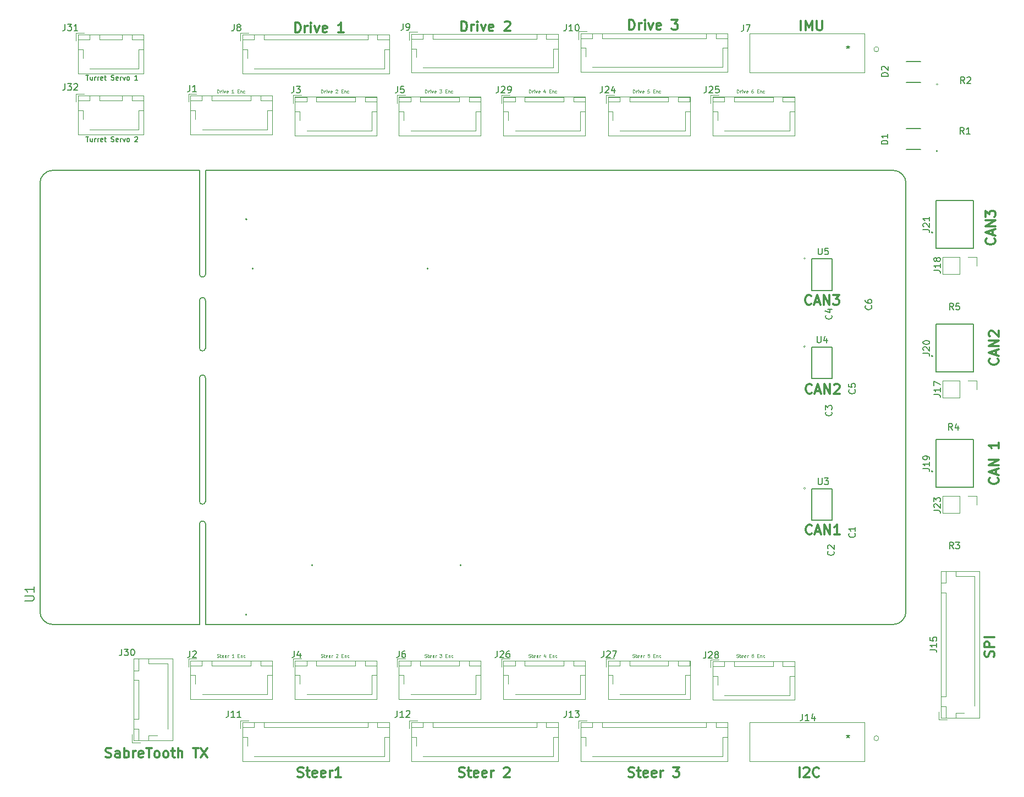
<source format=gbr>
%TF.GenerationSoftware,KiCad,Pcbnew,(5.1.12)-1*%
%TF.CreationDate,2022-02-06T21:24:49-08:00*%
%TF.ProjectId,DriverBoard,44726976-6572-4426-9f61-72642e6b6963,rev?*%
%TF.SameCoordinates,Original*%
%TF.FileFunction,Legend,Top*%
%TF.FilePolarity,Positive*%
%FSLAX46Y46*%
G04 Gerber Fmt 4.6, Leading zero omitted, Abs format (unit mm)*
G04 Created by KiCad (PCBNEW (5.1.12)-1) date 2022-02-06 21:24:49*
%MOMM*%
%LPD*%
G01*
G04 APERTURE LIST*
%ADD10C,0.187500*%
%ADD11C,0.125000*%
%ADD12C,0.300000*%
%ADD13C,0.120000*%
%ADD14C,0.127000*%
%ADD15C,0.200000*%
%ADD16C,0.100000*%
%ADD17C,0.050000*%
%ADD18C,0.150000*%
G04 APERTURE END LIST*
D10*
X86682142Y-48989285D02*
X87110714Y-48989285D01*
X86896428Y-49739285D02*
X86896428Y-48989285D01*
X87682142Y-49239285D02*
X87682142Y-49739285D01*
X87360714Y-49239285D02*
X87360714Y-49632142D01*
X87396428Y-49703571D01*
X87467857Y-49739285D01*
X87575000Y-49739285D01*
X87646428Y-49703571D01*
X87682142Y-49667857D01*
X88039285Y-49739285D02*
X88039285Y-49239285D01*
X88039285Y-49382142D02*
X88075000Y-49310714D01*
X88110714Y-49275000D01*
X88182142Y-49239285D01*
X88253571Y-49239285D01*
X88503571Y-49739285D02*
X88503571Y-49239285D01*
X88503571Y-49382142D02*
X88539285Y-49310714D01*
X88575000Y-49275000D01*
X88646428Y-49239285D01*
X88717857Y-49239285D01*
X89253571Y-49703571D02*
X89182142Y-49739285D01*
X89039285Y-49739285D01*
X88967857Y-49703571D01*
X88932142Y-49632142D01*
X88932142Y-49346428D01*
X88967857Y-49275000D01*
X89039285Y-49239285D01*
X89182142Y-49239285D01*
X89253571Y-49275000D01*
X89289285Y-49346428D01*
X89289285Y-49417857D01*
X88932142Y-49489285D01*
X89503571Y-49239285D02*
X89789285Y-49239285D01*
X89610714Y-48989285D02*
X89610714Y-49632142D01*
X89646428Y-49703571D01*
X89717857Y-49739285D01*
X89789285Y-49739285D01*
X90575000Y-49703571D02*
X90682142Y-49739285D01*
X90860714Y-49739285D01*
X90932142Y-49703571D01*
X90967857Y-49667857D01*
X91003571Y-49596428D01*
X91003571Y-49525000D01*
X90967857Y-49453571D01*
X90932142Y-49417857D01*
X90860714Y-49382142D01*
X90717857Y-49346428D01*
X90646428Y-49310714D01*
X90610714Y-49275000D01*
X90575000Y-49203571D01*
X90575000Y-49132142D01*
X90610714Y-49060714D01*
X90646428Y-49025000D01*
X90717857Y-48989285D01*
X90896428Y-48989285D01*
X91003571Y-49025000D01*
X91610714Y-49703571D02*
X91539285Y-49739285D01*
X91396428Y-49739285D01*
X91325000Y-49703571D01*
X91289285Y-49632142D01*
X91289285Y-49346428D01*
X91325000Y-49275000D01*
X91396428Y-49239285D01*
X91539285Y-49239285D01*
X91610714Y-49275000D01*
X91646428Y-49346428D01*
X91646428Y-49417857D01*
X91289285Y-49489285D01*
X91967857Y-49739285D02*
X91967857Y-49239285D01*
X91967857Y-49382142D02*
X92003571Y-49310714D01*
X92039285Y-49275000D01*
X92110714Y-49239285D01*
X92182142Y-49239285D01*
X92360714Y-49239285D02*
X92539285Y-49739285D01*
X92717857Y-49239285D01*
X93110714Y-49739285D02*
X93039285Y-49703571D01*
X93003571Y-49667857D01*
X92967857Y-49596428D01*
X92967857Y-49382142D01*
X93003571Y-49310714D01*
X93039285Y-49275000D01*
X93110714Y-49239285D01*
X93217857Y-49239285D01*
X93289285Y-49275000D01*
X93325000Y-49310714D01*
X93360714Y-49382142D01*
X93360714Y-49596428D01*
X93325000Y-49667857D01*
X93289285Y-49703571D01*
X93217857Y-49739285D01*
X93110714Y-49739285D01*
X94646428Y-49739285D02*
X94217857Y-49739285D01*
X94432142Y-49739285D02*
X94432142Y-48989285D01*
X94360714Y-49096428D01*
X94289285Y-49167857D01*
X94217857Y-49203571D01*
X86682142Y-58489285D02*
X87110714Y-58489285D01*
X86896428Y-59239285D02*
X86896428Y-58489285D01*
X87682142Y-58739285D02*
X87682142Y-59239285D01*
X87360714Y-58739285D02*
X87360714Y-59132142D01*
X87396428Y-59203571D01*
X87467857Y-59239285D01*
X87575000Y-59239285D01*
X87646428Y-59203571D01*
X87682142Y-59167857D01*
X88039285Y-59239285D02*
X88039285Y-58739285D01*
X88039285Y-58882142D02*
X88075000Y-58810714D01*
X88110714Y-58775000D01*
X88182142Y-58739285D01*
X88253571Y-58739285D01*
X88503571Y-59239285D02*
X88503571Y-58739285D01*
X88503571Y-58882142D02*
X88539285Y-58810714D01*
X88575000Y-58775000D01*
X88646428Y-58739285D01*
X88717857Y-58739285D01*
X89253571Y-59203571D02*
X89182142Y-59239285D01*
X89039285Y-59239285D01*
X88967857Y-59203571D01*
X88932142Y-59132142D01*
X88932142Y-58846428D01*
X88967857Y-58775000D01*
X89039285Y-58739285D01*
X89182142Y-58739285D01*
X89253571Y-58775000D01*
X89289285Y-58846428D01*
X89289285Y-58917857D01*
X88932142Y-58989285D01*
X89503571Y-58739285D02*
X89789285Y-58739285D01*
X89610714Y-58489285D02*
X89610714Y-59132142D01*
X89646428Y-59203571D01*
X89717857Y-59239285D01*
X89789285Y-59239285D01*
X90575000Y-59203571D02*
X90682142Y-59239285D01*
X90860714Y-59239285D01*
X90932142Y-59203571D01*
X90967857Y-59167857D01*
X91003571Y-59096428D01*
X91003571Y-59025000D01*
X90967857Y-58953571D01*
X90932142Y-58917857D01*
X90860714Y-58882142D01*
X90717857Y-58846428D01*
X90646428Y-58810714D01*
X90610714Y-58775000D01*
X90575000Y-58703571D01*
X90575000Y-58632142D01*
X90610714Y-58560714D01*
X90646428Y-58525000D01*
X90717857Y-58489285D01*
X90896428Y-58489285D01*
X91003571Y-58525000D01*
X91610714Y-59203571D02*
X91539285Y-59239285D01*
X91396428Y-59239285D01*
X91325000Y-59203571D01*
X91289285Y-59132142D01*
X91289285Y-58846428D01*
X91325000Y-58775000D01*
X91396428Y-58739285D01*
X91539285Y-58739285D01*
X91610714Y-58775000D01*
X91646428Y-58846428D01*
X91646428Y-58917857D01*
X91289285Y-58989285D01*
X91967857Y-59239285D02*
X91967857Y-58739285D01*
X91967857Y-58882142D02*
X92003571Y-58810714D01*
X92039285Y-58775000D01*
X92110714Y-58739285D01*
X92182142Y-58739285D01*
X92360714Y-58739285D02*
X92539285Y-59239285D01*
X92717857Y-58739285D01*
X93110714Y-59239285D02*
X93039285Y-59203571D01*
X93003571Y-59167857D01*
X92967857Y-59096428D01*
X92967857Y-58882142D01*
X93003571Y-58810714D01*
X93039285Y-58775000D01*
X93110714Y-58739285D01*
X93217857Y-58739285D01*
X93289285Y-58775000D01*
X93325000Y-58810714D01*
X93360714Y-58882142D01*
X93360714Y-59096428D01*
X93325000Y-59167857D01*
X93289285Y-59203571D01*
X93217857Y-59239285D01*
X93110714Y-59239285D01*
X94217857Y-58560714D02*
X94253571Y-58525000D01*
X94325000Y-58489285D01*
X94503571Y-58489285D01*
X94575000Y-58525000D01*
X94610714Y-58560714D01*
X94646428Y-58632142D01*
X94646428Y-58703571D01*
X94610714Y-58810714D01*
X94182142Y-59239285D01*
X94646428Y-59239285D01*
D11*
X186904761Y-51726190D02*
X186904761Y-51226190D01*
X187023809Y-51226190D01*
X187095238Y-51250000D01*
X187142857Y-51297619D01*
X187166666Y-51345238D01*
X187190476Y-51440476D01*
X187190476Y-51511904D01*
X187166666Y-51607142D01*
X187142857Y-51654761D01*
X187095238Y-51702380D01*
X187023809Y-51726190D01*
X186904761Y-51726190D01*
X187404761Y-51726190D02*
X187404761Y-51392857D01*
X187404761Y-51488095D02*
X187428571Y-51440476D01*
X187452380Y-51416666D01*
X187500000Y-51392857D01*
X187547619Y-51392857D01*
X187714285Y-51726190D02*
X187714285Y-51392857D01*
X187714285Y-51226190D02*
X187690476Y-51250000D01*
X187714285Y-51273809D01*
X187738095Y-51250000D01*
X187714285Y-51226190D01*
X187714285Y-51273809D01*
X187904761Y-51392857D02*
X188023809Y-51726190D01*
X188142857Y-51392857D01*
X188523809Y-51702380D02*
X188476190Y-51726190D01*
X188380952Y-51726190D01*
X188333333Y-51702380D01*
X188309523Y-51654761D01*
X188309523Y-51464285D01*
X188333333Y-51416666D01*
X188380952Y-51392857D01*
X188476190Y-51392857D01*
X188523809Y-51416666D01*
X188547619Y-51464285D01*
X188547619Y-51511904D01*
X188309523Y-51559523D01*
X189357142Y-51226190D02*
X189261904Y-51226190D01*
X189214285Y-51250000D01*
X189190476Y-51273809D01*
X189142857Y-51345238D01*
X189119047Y-51440476D01*
X189119047Y-51630952D01*
X189142857Y-51678571D01*
X189166666Y-51702380D01*
X189214285Y-51726190D01*
X189309523Y-51726190D01*
X189357142Y-51702380D01*
X189380952Y-51678571D01*
X189404761Y-51630952D01*
X189404761Y-51511904D01*
X189380952Y-51464285D01*
X189357142Y-51440476D01*
X189309523Y-51416666D01*
X189214285Y-51416666D01*
X189166666Y-51440476D01*
X189142857Y-51464285D01*
X189119047Y-51511904D01*
X190000000Y-51464285D02*
X190166666Y-51464285D01*
X190238095Y-51726190D02*
X190000000Y-51726190D01*
X190000000Y-51226190D01*
X190238095Y-51226190D01*
X190452380Y-51392857D02*
X190452380Y-51726190D01*
X190452380Y-51440476D02*
X190476190Y-51416666D01*
X190523809Y-51392857D01*
X190595238Y-51392857D01*
X190642857Y-51416666D01*
X190666666Y-51464285D01*
X190666666Y-51726190D01*
X191119047Y-51702380D02*
X191071428Y-51726190D01*
X190976190Y-51726190D01*
X190928571Y-51702380D01*
X190904761Y-51678571D01*
X190880952Y-51630952D01*
X190880952Y-51488095D01*
X190904761Y-51440476D01*
X190928571Y-51416666D01*
X190976190Y-51392857D01*
X191071428Y-51392857D01*
X191119047Y-51416666D01*
X170904761Y-51726190D02*
X170904761Y-51226190D01*
X171023809Y-51226190D01*
X171095238Y-51250000D01*
X171142857Y-51297619D01*
X171166666Y-51345238D01*
X171190476Y-51440476D01*
X171190476Y-51511904D01*
X171166666Y-51607142D01*
X171142857Y-51654761D01*
X171095238Y-51702380D01*
X171023809Y-51726190D01*
X170904761Y-51726190D01*
X171404761Y-51726190D02*
X171404761Y-51392857D01*
X171404761Y-51488095D02*
X171428571Y-51440476D01*
X171452380Y-51416666D01*
X171500000Y-51392857D01*
X171547619Y-51392857D01*
X171714285Y-51726190D02*
X171714285Y-51392857D01*
X171714285Y-51226190D02*
X171690476Y-51250000D01*
X171714285Y-51273809D01*
X171738095Y-51250000D01*
X171714285Y-51226190D01*
X171714285Y-51273809D01*
X171904761Y-51392857D02*
X172023809Y-51726190D01*
X172142857Y-51392857D01*
X172523809Y-51702380D02*
X172476190Y-51726190D01*
X172380952Y-51726190D01*
X172333333Y-51702380D01*
X172309523Y-51654761D01*
X172309523Y-51464285D01*
X172333333Y-51416666D01*
X172380952Y-51392857D01*
X172476190Y-51392857D01*
X172523809Y-51416666D01*
X172547619Y-51464285D01*
X172547619Y-51511904D01*
X172309523Y-51559523D01*
X173380952Y-51226190D02*
X173142857Y-51226190D01*
X173119047Y-51464285D01*
X173142857Y-51440476D01*
X173190476Y-51416666D01*
X173309523Y-51416666D01*
X173357142Y-51440476D01*
X173380952Y-51464285D01*
X173404761Y-51511904D01*
X173404761Y-51630952D01*
X173380952Y-51678571D01*
X173357142Y-51702380D01*
X173309523Y-51726190D01*
X173190476Y-51726190D01*
X173142857Y-51702380D01*
X173119047Y-51678571D01*
X174000000Y-51464285D02*
X174166666Y-51464285D01*
X174238095Y-51726190D02*
X174000000Y-51726190D01*
X174000000Y-51226190D01*
X174238095Y-51226190D01*
X174452380Y-51392857D02*
X174452380Y-51726190D01*
X174452380Y-51440476D02*
X174476190Y-51416666D01*
X174523809Y-51392857D01*
X174595238Y-51392857D01*
X174642857Y-51416666D01*
X174666666Y-51464285D01*
X174666666Y-51726190D01*
X175119047Y-51702380D02*
X175071428Y-51726190D01*
X174976190Y-51726190D01*
X174928571Y-51702380D01*
X174904761Y-51678571D01*
X174880952Y-51630952D01*
X174880952Y-51488095D01*
X174904761Y-51440476D01*
X174928571Y-51416666D01*
X174976190Y-51392857D01*
X175071428Y-51392857D01*
X175119047Y-51416666D01*
X154904761Y-51726190D02*
X154904761Y-51226190D01*
X155023809Y-51226190D01*
X155095238Y-51250000D01*
X155142857Y-51297619D01*
X155166666Y-51345238D01*
X155190476Y-51440476D01*
X155190476Y-51511904D01*
X155166666Y-51607142D01*
X155142857Y-51654761D01*
X155095238Y-51702380D01*
X155023809Y-51726190D01*
X154904761Y-51726190D01*
X155404761Y-51726190D02*
X155404761Y-51392857D01*
X155404761Y-51488095D02*
X155428571Y-51440476D01*
X155452380Y-51416666D01*
X155500000Y-51392857D01*
X155547619Y-51392857D01*
X155714285Y-51726190D02*
X155714285Y-51392857D01*
X155714285Y-51226190D02*
X155690476Y-51250000D01*
X155714285Y-51273809D01*
X155738095Y-51250000D01*
X155714285Y-51226190D01*
X155714285Y-51273809D01*
X155904761Y-51392857D02*
X156023809Y-51726190D01*
X156142857Y-51392857D01*
X156523809Y-51702380D02*
X156476190Y-51726190D01*
X156380952Y-51726190D01*
X156333333Y-51702380D01*
X156309523Y-51654761D01*
X156309523Y-51464285D01*
X156333333Y-51416666D01*
X156380952Y-51392857D01*
X156476190Y-51392857D01*
X156523809Y-51416666D01*
X156547619Y-51464285D01*
X156547619Y-51511904D01*
X156309523Y-51559523D01*
X157357142Y-51392857D02*
X157357142Y-51726190D01*
X157238095Y-51202380D02*
X157119047Y-51559523D01*
X157428571Y-51559523D01*
X158000000Y-51464285D02*
X158166666Y-51464285D01*
X158238095Y-51726190D02*
X158000000Y-51726190D01*
X158000000Y-51226190D01*
X158238095Y-51226190D01*
X158452380Y-51392857D02*
X158452380Y-51726190D01*
X158452380Y-51440476D02*
X158476190Y-51416666D01*
X158523809Y-51392857D01*
X158595238Y-51392857D01*
X158642857Y-51416666D01*
X158666666Y-51464285D01*
X158666666Y-51726190D01*
X159119047Y-51702380D02*
X159071428Y-51726190D01*
X158976190Y-51726190D01*
X158928571Y-51702380D01*
X158904761Y-51678571D01*
X158880952Y-51630952D01*
X158880952Y-51488095D01*
X158904761Y-51440476D01*
X158928571Y-51416666D01*
X158976190Y-51392857D01*
X159071428Y-51392857D01*
X159119047Y-51416666D01*
X138904761Y-51726190D02*
X138904761Y-51226190D01*
X139023809Y-51226190D01*
X139095238Y-51250000D01*
X139142857Y-51297619D01*
X139166666Y-51345238D01*
X139190476Y-51440476D01*
X139190476Y-51511904D01*
X139166666Y-51607142D01*
X139142857Y-51654761D01*
X139095238Y-51702380D01*
X139023809Y-51726190D01*
X138904761Y-51726190D01*
X139404761Y-51726190D02*
X139404761Y-51392857D01*
X139404761Y-51488095D02*
X139428571Y-51440476D01*
X139452380Y-51416666D01*
X139500000Y-51392857D01*
X139547619Y-51392857D01*
X139714285Y-51726190D02*
X139714285Y-51392857D01*
X139714285Y-51226190D02*
X139690476Y-51250000D01*
X139714285Y-51273809D01*
X139738095Y-51250000D01*
X139714285Y-51226190D01*
X139714285Y-51273809D01*
X139904761Y-51392857D02*
X140023809Y-51726190D01*
X140142857Y-51392857D01*
X140523809Y-51702380D02*
X140476190Y-51726190D01*
X140380952Y-51726190D01*
X140333333Y-51702380D01*
X140309523Y-51654761D01*
X140309523Y-51464285D01*
X140333333Y-51416666D01*
X140380952Y-51392857D01*
X140476190Y-51392857D01*
X140523809Y-51416666D01*
X140547619Y-51464285D01*
X140547619Y-51511904D01*
X140309523Y-51559523D01*
X141095238Y-51226190D02*
X141404761Y-51226190D01*
X141238095Y-51416666D01*
X141309523Y-51416666D01*
X141357142Y-51440476D01*
X141380952Y-51464285D01*
X141404761Y-51511904D01*
X141404761Y-51630952D01*
X141380952Y-51678571D01*
X141357142Y-51702380D01*
X141309523Y-51726190D01*
X141166666Y-51726190D01*
X141119047Y-51702380D01*
X141095238Y-51678571D01*
X142000000Y-51464285D02*
X142166666Y-51464285D01*
X142238095Y-51726190D02*
X142000000Y-51726190D01*
X142000000Y-51226190D01*
X142238095Y-51226190D01*
X142452380Y-51392857D02*
X142452380Y-51726190D01*
X142452380Y-51440476D02*
X142476190Y-51416666D01*
X142523809Y-51392857D01*
X142595238Y-51392857D01*
X142642857Y-51416666D01*
X142666666Y-51464285D01*
X142666666Y-51726190D01*
X143119047Y-51702380D02*
X143071428Y-51726190D01*
X142976190Y-51726190D01*
X142928571Y-51702380D01*
X142904761Y-51678571D01*
X142880952Y-51630952D01*
X142880952Y-51488095D01*
X142904761Y-51440476D01*
X142928571Y-51416666D01*
X142976190Y-51392857D01*
X143071428Y-51392857D01*
X143119047Y-51416666D01*
X122904761Y-51726190D02*
X122904761Y-51226190D01*
X123023809Y-51226190D01*
X123095238Y-51250000D01*
X123142857Y-51297619D01*
X123166666Y-51345238D01*
X123190476Y-51440476D01*
X123190476Y-51511904D01*
X123166666Y-51607142D01*
X123142857Y-51654761D01*
X123095238Y-51702380D01*
X123023809Y-51726190D01*
X122904761Y-51726190D01*
X123404761Y-51726190D02*
X123404761Y-51392857D01*
X123404761Y-51488095D02*
X123428571Y-51440476D01*
X123452380Y-51416666D01*
X123500000Y-51392857D01*
X123547619Y-51392857D01*
X123714285Y-51726190D02*
X123714285Y-51392857D01*
X123714285Y-51226190D02*
X123690476Y-51250000D01*
X123714285Y-51273809D01*
X123738095Y-51250000D01*
X123714285Y-51226190D01*
X123714285Y-51273809D01*
X123904761Y-51392857D02*
X124023809Y-51726190D01*
X124142857Y-51392857D01*
X124523809Y-51702380D02*
X124476190Y-51726190D01*
X124380952Y-51726190D01*
X124333333Y-51702380D01*
X124309523Y-51654761D01*
X124309523Y-51464285D01*
X124333333Y-51416666D01*
X124380952Y-51392857D01*
X124476190Y-51392857D01*
X124523809Y-51416666D01*
X124547619Y-51464285D01*
X124547619Y-51511904D01*
X124309523Y-51559523D01*
X125119047Y-51273809D02*
X125142857Y-51250000D01*
X125190476Y-51226190D01*
X125309523Y-51226190D01*
X125357142Y-51250000D01*
X125380952Y-51273809D01*
X125404761Y-51321428D01*
X125404761Y-51369047D01*
X125380952Y-51440476D01*
X125095238Y-51726190D01*
X125404761Y-51726190D01*
X126000000Y-51464285D02*
X126166666Y-51464285D01*
X126238095Y-51726190D02*
X126000000Y-51726190D01*
X126000000Y-51226190D01*
X126238095Y-51226190D01*
X126452380Y-51392857D02*
X126452380Y-51726190D01*
X126452380Y-51440476D02*
X126476190Y-51416666D01*
X126523809Y-51392857D01*
X126595238Y-51392857D01*
X126642857Y-51416666D01*
X126666666Y-51464285D01*
X126666666Y-51726190D01*
X127119047Y-51702380D02*
X127071428Y-51726190D01*
X126976190Y-51726190D01*
X126928571Y-51702380D01*
X126904761Y-51678571D01*
X126880952Y-51630952D01*
X126880952Y-51488095D01*
X126904761Y-51440476D01*
X126928571Y-51416666D01*
X126976190Y-51392857D01*
X127071428Y-51392857D01*
X127119047Y-51416666D01*
X106904761Y-51726190D02*
X106904761Y-51226190D01*
X107023809Y-51226190D01*
X107095238Y-51250000D01*
X107142857Y-51297619D01*
X107166666Y-51345238D01*
X107190476Y-51440476D01*
X107190476Y-51511904D01*
X107166666Y-51607142D01*
X107142857Y-51654761D01*
X107095238Y-51702380D01*
X107023809Y-51726190D01*
X106904761Y-51726190D01*
X107404761Y-51726190D02*
X107404761Y-51392857D01*
X107404761Y-51488095D02*
X107428571Y-51440476D01*
X107452380Y-51416666D01*
X107500000Y-51392857D01*
X107547619Y-51392857D01*
X107714285Y-51726190D02*
X107714285Y-51392857D01*
X107714285Y-51226190D02*
X107690476Y-51250000D01*
X107714285Y-51273809D01*
X107738095Y-51250000D01*
X107714285Y-51226190D01*
X107714285Y-51273809D01*
X107904761Y-51392857D02*
X108023809Y-51726190D01*
X108142857Y-51392857D01*
X108523809Y-51702380D02*
X108476190Y-51726190D01*
X108380952Y-51726190D01*
X108333333Y-51702380D01*
X108309523Y-51654761D01*
X108309523Y-51464285D01*
X108333333Y-51416666D01*
X108380952Y-51392857D01*
X108476190Y-51392857D01*
X108523809Y-51416666D01*
X108547619Y-51464285D01*
X108547619Y-51511904D01*
X108309523Y-51559523D01*
X109404761Y-51726190D02*
X109119047Y-51726190D01*
X109261904Y-51726190D02*
X109261904Y-51226190D01*
X109214285Y-51297619D01*
X109166666Y-51345238D01*
X109119047Y-51369047D01*
X110000000Y-51464285D02*
X110166666Y-51464285D01*
X110238095Y-51726190D02*
X110000000Y-51726190D01*
X110000000Y-51226190D01*
X110238095Y-51226190D01*
X110452380Y-51392857D02*
X110452380Y-51726190D01*
X110452380Y-51440476D02*
X110476190Y-51416666D01*
X110523809Y-51392857D01*
X110595238Y-51392857D01*
X110642857Y-51416666D01*
X110666666Y-51464285D01*
X110666666Y-51726190D01*
X111119047Y-51702380D02*
X111071428Y-51726190D01*
X110976190Y-51726190D01*
X110928571Y-51702380D01*
X110904761Y-51678571D01*
X110880952Y-51630952D01*
X110880952Y-51488095D01*
X110904761Y-51440476D01*
X110928571Y-51416666D01*
X110976190Y-51392857D01*
X111071428Y-51392857D01*
X111119047Y-51416666D01*
D12*
X226407142Y-138635714D02*
X226478571Y-138421428D01*
X226478571Y-138064285D01*
X226407142Y-137921428D01*
X226335714Y-137850000D01*
X226192857Y-137778571D01*
X226050000Y-137778571D01*
X225907142Y-137850000D01*
X225835714Y-137921428D01*
X225764285Y-138064285D01*
X225692857Y-138350000D01*
X225621428Y-138492857D01*
X225550000Y-138564285D01*
X225407142Y-138635714D01*
X225264285Y-138635714D01*
X225121428Y-138564285D01*
X225050000Y-138492857D01*
X224978571Y-138350000D01*
X224978571Y-137992857D01*
X225050000Y-137778571D01*
X226478571Y-137135714D02*
X224978571Y-137135714D01*
X224978571Y-136564285D01*
X225050000Y-136421428D01*
X225121428Y-136350000D01*
X225264285Y-136278571D01*
X225478571Y-136278571D01*
X225621428Y-136350000D01*
X225692857Y-136421428D01*
X225764285Y-136564285D01*
X225764285Y-137135714D01*
X226478571Y-135635714D02*
X224978571Y-135635714D01*
D11*
X186845238Y-138702380D02*
X186916666Y-138726190D01*
X187035714Y-138726190D01*
X187083333Y-138702380D01*
X187107142Y-138678571D01*
X187130952Y-138630952D01*
X187130952Y-138583333D01*
X187107142Y-138535714D01*
X187083333Y-138511904D01*
X187035714Y-138488095D01*
X186940476Y-138464285D01*
X186892857Y-138440476D01*
X186869047Y-138416666D01*
X186845238Y-138369047D01*
X186845238Y-138321428D01*
X186869047Y-138273809D01*
X186892857Y-138250000D01*
X186940476Y-138226190D01*
X187059523Y-138226190D01*
X187130952Y-138250000D01*
X187273809Y-138392857D02*
X187464285Y-138392857D01*
X187345238Y-138226190D02*
X187345238Y-138654761D01*
X187369047Y-138702380D01*
X187416666Y-138726190D01*
X187464285Y-138726190D01*
X187821428Y-138702380D02*
X187773809Y-138726190D01*
X187678571Y-138726190D01*
X187630952Y-138702380D01*
X187607142Y-138654761D01*
X187607142Y-138464285D01*
X187630952Y-138416666D01*
X187678571Y-138392857D01*
X187773809Y-138392857D01*
X187821428Y-138416666D01*
X187845238Y-138464285D01*
X187845238Y-138511904D01*
X187607142Y-138559523D01*
X188250000Y-138702380D02*
X188202380Y-138726190D01*
X188107142Y-138726190D01*
X188059523Y-138702380D01*
X188035714Y-138654761D01*
X188035714Y-138464285D01*
X188059523Y-138416666D01*
X188107142Y-138392857D01*
X188202380Y-138392857D01*
X188250000Y-138416666D01*
X188273809Y-138464285D01*
X188273809Y-138511904D01*
X188035714Y-138559523D01*
X188488095Y-138726190D02*
X188488095Y-138392857D01*
X188488095Y-138488095D02*
X188511904Y-138440476D01*
X188535714Y-138416666D01*
X188583333Y-138392857D01*
X188630952Y-138392857D01*
X189392857Y-138226190D02*
X189297619Y-138226190D01*
X189250000Y-138250000D01*
X189226190Y-138273809D01*
X189178571Y-138345238D01*
X189154761Y-138440476D01*
X189154761Y-138630952D01*
X189178571Y-138678571D01*
X189202380Y-138702380D01*
X189250000Y-138726190D01*
X189345238Y-138726190D01*
X189392857Y-138702380D01*
X189416666Y-138678571D01*
X189440476Y-138630952D01*
X189440476Y-138511904D01*
X189416666Y-138464285D01*
X189392857Y-138440476D01*
X189345238Y-138416666D01*
X189250000Y-138416666D01*
X189202380Y-138440476D01*
X189178571Y-138464285D01*
X189154761Y-138511904D01*
X190035714Y-138464285D02*
X190202380Y-138464285D01*
X190273809Y-138726190D02*
X190035714Y-138726190D01*
X190035714Y-138226190D01*
X190273809Y-138226190D01*
X190488095Y-138392857D02*
X190488095Y-138726190D01*
X190488095Y-138440476D02*
X190511904Y-138416666D01*
X190559523Y-138392857D01*
X190630952Y-138392857D01*
X190678571Y-138416666D01*
X190702380Y-138464285D01*
X190702380Y-138726190D01*
X191154761Y-138702380D02*
X191107142Y-138726190D01*
X191011904Y-138726190D01*
X190964285Y-138702380D01*
X190940476Y-138678571D01*
X190916666Y-138630952D01*
X190916666Y-138488095D01*
X190940476Y-138440476D01*
X190964285Y-138416666D01*
X191011904Y-138392857D01*
X191107142Y-138392857D01*
X191154761Y-138416666D01*
X170845238Y-138702380D02*
X170916666Y-138726190D01*
X171035714Y-138726190D01*
X171083333Y-138702380D01*
X171107142Y-138678571D01*
X171130952Y-138630952D01*
X171130952Y-138583333D01*
X171107142Y-138535714D01*
X171083333Y-138511904D01*
X171035714Y-138488095D01*
X170940476Y-138464285D01*
X170892857Y-138440476D01*
X170869047Y-138416666D01*
X170845238Y-138369047D01*
X170845238Y-138321428D01*
X170869047Y-138273809D01*
X170892857Y-138250000D01*
X170940476Y-138226190D01*
X171059523Y-138226190D01*
X171130952Y-138250000D01*
X171273809Y-138392857D02*
X171464285Y-138392857D01*
X171345238Y-138226190D02*
X171345238Y-138654761D01*
X171369047Y-138702380D01*
X171416666Y-138726190D01*
X171464285Y-138726190D01*
X171821428Y-138702380D02*
X171773809Y-138726190D01*
X171678571Y-138726190D01*
X171630952Y-138702380D01*
X171607142Y-138654761D01*
X171607142Y-138464285D01*
X171630952Y-138416666D01*
X171678571Y-138392857D01*
X171773809Y-138392857D01*
X171821428Y-138416666D01*
X171845238Y-138464285D01*
X171845238Y-138511904D01*
X171607142Y-138559523D01*
X172250000Y-138702380D02*
X172202380Y-138726190D01*
X172107142Y-138726190D01*
X172059523Y-138702380D01*
X172035714Y-138654761D01*
X172035714Y-138464285D01*
X172059523Y-138416666D01*
X172107142Y-138392857D01*
X172202380Y-138392857D01*
X172250000Y-138416666D01*
X172273809Y-138464285D01*
X172273809Y-138511904D01*
X172035714Y-138559523D01*
X172488095Y-138726190D02*
X172488095Y-138392857D01*
X172488095Y-138488095D02*
X172511904Y-138440476D01*
X172535714Y-138416666D01*
X172583333Y-138392857D01*
X172630952Y-138392857D01*
X173416666Y-138226190D02*
X173178571Y-138226190D01*
X173154761Y-138464285D01*
X173178571Y-138440476D01*
X173226190Y-138416666D01*
X173345238Y-138416666D01*
X173392857Y-138440476D01*
X173416666Y-138464285D01*
X173440476Y-138511904D01*
X173440476Y-138630952D01*
X173416666Y-138678571D01*
X173392857Y-138702380D01*
X173345238Y-138726190D01*
X173226190Y-138726190D01*
X173178571Y-138702380D01*
X173154761Y-138678571D01*
X174035714Y-138464285D02*
X174202380Y-138464285D01*
X174273809Y-138726190D02*
X174035714Y-138726190D01*
X174035714Y-138226190D01*
X174273809Y-138226190D01*
X174488095Y-138392857D02*
X174488095Y-138726190D01*
X174488095Y-138440476D02*
X174511904Y-138416666D01*
X174559523Y-138392857D01*
X174630952Y-138392857D01*
X174678571Y-138416666D01*
X174702380Y-138464285D01*
X174702380Y-138726190D01*
X175154761Y-138702380D02*
X175107142Y-138726190D01*
X175011904Y-138726190D01*
X174964285Y-138702380D01*
X174940476Y-138678571D01*
X174916666Y-138630952D01*
X174916666Y-138488095D01*
X174940476Y-138440476D01*
X174964285Y-138416666D01*
X175011904Y-138392857D01*
X175107142Y-138392857D01*
X175154761Y-138416666D01*
X154845238Y-138702380D02*
X154916666Y-138726190D01*
X155035714Y-138726190D01*
X155083333Y-138702380D01*
X155107142Y-138678571D01*
X155130952Y-138630952D01*
X155130952Y-138583333D01*
X155107142Y-138535714D01*
X155083333Y-138511904D01*
X155035714Y-138488095D01*
X154940476Y-138464285D01*
X154892857Y-138440476D01*
X154869047Y-138416666D01*
X154845238Y-138369047D01*
X154845238Y-138321428D01*
X154869047Y-138273809D01*
X154892857Y-138250000D01*
X154940476Y-138226190D01*
X155059523Y-138226190D01*
X155130952Y-138250000D01*
X155273809Y-138392857D02*
X155464285Y-138392857D01*
X155345238Y-138226190D02*
X155345238Y-138654761D01*
X155369047Y-138702380D01*
X155416666Y-138726190D01*
X155464285Y-138726190D01*
X155821428Y-138702380D02*
X155773809Y-138726190D01*
X155678571Y-138726190D01*
X155630952Y-138702380D01*
X155607142Y-138654761D01*
X155607142Y-138464285D01*
X155630952Y-138416666D01*
X155678571Y-138392857D01*
X155773809Y-138392857D01*
X155821428Y-138416666D01*
X155845238Y-138464285D01*
X155845238Y-138511904D01*
X155607142Y-138559523D01*
X156250000Y-138702380D02*
X156202380Y-138726190D01*
X156107142Y-138726190D01*
X156059523Y-138702380D01*
X156035714Y-138654761D01*
X156035714Y-138464285D01*
X156059523Y-138416666D01*
X156107142Y-138392857D01*
X156202380Y-138392857D01*
X156250000Y-138416666D01*
X156273809Y-138464285D01*
X156273809Y-138511904D01*
X156035714Y-138559523D01*
X156488095Y-138726190D02*
X156488095Y-138392857D01*
X156488095Y-138488095D02*
X156511904Y-138440476D01*
X156535714Y-138416666D01*
X156583333Y-138392857D01*
X156630952Y-138392857D01*
X157392857Y-138392857D02*
X157392857Y-138726190D01*
X157273809Y-138202380D02*
X157154761Y-138559523D01*
X157464285Y-138559523D01*
X158035714Y-138464285D02*
X158202380Y-138464285D01*
X158273809Y-138726190D02*
X158035714Y-138726190D01*
X158035714Y-138226190D01*
X158273809Y-138226190D01*
X158488095Y-138392857D02*
X158488095Y-138726190D01*
X158488095Y-138440476D02*
X158511904Y-138416666D01*
X158559523Y-138392857D01*
X158630952Y-138392857D01*
X158678571Y-138416666D01*
X158702380Y-138464285D01*
X158702380Y-138726190D01*
X159154761Y-138702380D02*
X159107142Y-138726190D01*
X159011904Y-138726190D01*
X158964285Y-138702380D01*
X158940476Y-138678571D01*
X158916666Y-138630952D01*
X158916666Y-138488095D01*
X158940476Y-138440476D01*
X158964285Y-138416666D01*
X159011904Y-138392857D01*
X159107142Y-138392857D01*
X159154761Y-138416666D01*
X138845238Y-138702380D02*
X138916666Y-138726190D01*
X139035714Y-138726190D01*
X139083333Y-138702380D01*
X139107142Y-138678571D01*
X139130952Y-138630952D01*
X139130952Y-138583333D01*
X139107142Y-138535714D01*
X139083333Y-138511904D01*
X139035714Y-138488095D01*
X138940476Y-138464285D01*
X138892857Y-138440476D01*
X138869047Y-138416666D01*
X138845238Y-138369047D01*
X138845238Y-138321428D01*
X138869047Y-138273809D01*
X138892857Y-138250000D01*
X138940476Y-138226190D01*
X139059523Y-138226190D01*
X139130952Y-138250000D01*
X139273809Y-138392857D02*
X139464285Y-138392857D01*
X139345238Y-138226190D02*
X139345238Y-138654761D01*
X139369047Y-138702380D01*
X139416666Y-138726190D01*
X139464285Y-138726190D01*
X139821428Y-138702380D02*
X139773809Y-138726190D01*
X139678571Y-138726190D01*
X139630952Y-138702380D01*
X139607142Y-138654761D01*
X139607142Y-138464285D01*
X139630952Y-138416666D01*
X139678571Y-138392857D01*
X139773809Y-138392857D01*
X139821428Y-138416666D01*
X139845238Y-138464285D01*
X139845238Y-138511904D01*
X139607142Y-138559523D01*
X140250000Y-138702380D02*
X140202380Y-138726190D01*
X140107142Y-138726190D01*
X140059523Y-138702380D01*
X140035714Y-138654761D01*
X140035714Y-138464285D01*
X140059523Y-138416666D01*
X140107142Y-138392857D01*
X140202380Y-138392857D01*
X140250000Y-138416666D01*
X140273809Y-138464285D01*
X140273809Y-138511904D01*
X140035714Y-138559523D01*
X140488095Y-138726190D02*
X140488095Y-138392857D01*
X140488095Y-138488095D02*
X140511904Y-138440476D01*
X140535714Y-138416666D01*
X140583333Y-138392857D01*
X140630952Y-138392857D01*
X141130952Y-138226190D02*
X141440476Y-138226190D01*
X141273809Y-138416666D01*
X141345238Y-138416666D01*
X141392857Y-138440476D01*
X141416666Y-138464285D01*
X141440476Y-138511904D01*
X141440476Y-138630952D01*
X141416666Y-138678571D01*
X141392857Y-138702380D01*
X141345238Y-138726190D01*
X141202380Y-138726190D01*
X141154761Y-138702380D01*
X141130952Y-138678571D01*
X142035714Y-138464285D02*
X142202380Y-138464285D01*
X142273809Y-138726190D02*
X142035714Y-138726190D01*
X142035714Y-138226190D01*
X142273809Y-138226190D01*
X142488095Y-138392857D02*
X142488095Y-138726190D01*
X142488095Y-138440476D02*
X142511904Y-138416666D01*
X142559523Y-138392857D01*
X142630952Y-138392857D01*
X142678571Y-138416666D01*
X142702380Y-138464285D01*
X142702380Y-138726190D01*
X143154761Y-138702380D02*
X143107142Y-138726190D01*
X143011904Y-138726190D01*
X142964285Y-138702380D01*
X142940476Y-138678571D01*
X142916666Y-138630952D01*
X142916666Y-138488095D01*
X142940476Y-138440476D01*
X142964285Y-138416666D01*
X143011904Y-138392857D01*
X143107142Y-138392857D01*
X143154761Y-138416666D01*
X122845238Y-138702380D02*
X122916666Y-138726190D01*
X123035714Y-138726190D01*
X123083333Y-138702380D01*
X123107142Y-138678571D01*
X123130952Y-138630952D01*
X123130952Y-138583333D01*
X123107142Y-138535714D01*
X123083333Y-138511904D01*
X123035714Y-138488095D01*
X122940476Y-138464285D01*
X122892857Y-138440476D01*
X122869047Y-138416666D01*
X122845238Y-138369047D01*
X122845238Y-138321428D01*
X122869047Y-138273809D01*
X122892857Y-138250000D01*
X122940476Y-138226190D01*
X123059523Y-138226190D01*
X123130952Y-138250000D01*
X123273809Y-138392857D02*
X123464285Y-138392857D01*
X123345238Y-138226190D02*
X123345238Y-138654761D01*
X123369047Y-138702380D01*
X123416666Y-138726190D01*
X123464285Y-138726190D01*
X123821428Y-138702380D02*
X123773809Y-138726190D01*
X123678571Y-138726190D01*
X123630952Y-138702380D01*
X123607142Y-138654761D01*
X123607142Y-138464285D01*
X123630952Y-138416666D01*
X123678571Y-138392857D01*
X123773809Y-138392857D01*
X123821428Y-138416666D01*
X123845238Y-138464285D01*
X123845238Y-138511904D01*
X123607142Y-138559523D01*
X124250000Y-138702380D02*
X124202380Y-138726190D01*
X124107142Y-138726190D01*
X124059523Y-138702380D01*
X124035714Y-138654761D01*
X124035714Y-138464285D01*
X124059523Y-138416666D01*
X124107142Y-138392857D01*
X124202380Y-138392857D01*
X124250000Y-138416666D01*
X124273809Y-138464285D01*
X124273809Y-138511904D01*
X124035714Y-138559523D01*
X124488095Y-138726190D02*
X124488095Y-138392857D01*
X124488095Y-138488095D02*
X124511904Y-138440476D01*
X124535714Y-138416666D01*
X124583333Y-138392857D01*
X124630952Y-138392857D01*
X125154761Y-138273809D02*
X125178571Y-138250000D01*
X125226190Y-138226190D01*
X125345238Y-138226190D01*
X125392857Y-138250000D01*
X125416666Y-138273809D01*
X125440476Y-138321428D01*
X125440476Y-138369047D01*
X125416666Y-138440476D01*
X125130952Y-138726190D01*
X125440476Y-138726190D01*
X126035714Y-138464285D02*
X126202380Y-138464285D01*
X126273809Y-138726190D02*
X126035714Y-138726190D01*
X126035714Y-138226190D01*
X126273809Y-138226190D01*
X126488095Y-138392857D02*
X126488095Y-138726190D01*
X126488095Y-138440476D02*
X126511904Y-138416666D01*
X126559523Y-138392857D01*
X126630952Y-138392857D01*
X126678571Y-138416666D01*
X126702380Y-138464285D01*
X126702380Y-138726190D01*
X127154761Y-138702380D02*
X127107142Y-138726190D01*
X127011904Y-138726190D01*
X126964285Y-138702380D01*
X126940476Y-138678571D01*
X126916666Y-138630952D01*
X126916666Y-138488095D01*
X126940476Y-138440476D01*
X126964285Y-138416666D01*
X127011904Y-138392857D01*
X127107142Y-138392857D01*
X127154761Y-138416666D01*
X106845238Y-138702380D02*
X106916666Y-138726190D01*
X107035714Y-138726190D01*
X107083333Y-138702380D01*
X107107142Y-138678571D01*
X107130952Y-138630952D01*
X107130952Y-138583333D01*
X107107142Y-138535714D01*
X107083333Y-138511904D01*
X107035714Y-138488095D01*
X106940476Y-138464285D01*
X106892857Y-138440476D01*
X106869047Y-138416666D01*
X106845238Y-138369047D01*
X106845238Y-138321428D01*
X106869047Y-138273809D01*
X106892857Y-138250000D01*
X106940476Y-138226190D01*
X107059523Y-138226190D01*
X107130952Y-138250000D01*
X107273809Y-138392857D02*
X107464285Y-138392857D01*
X107345238Y-138226190D02*
X107345238Y-138654761D01*
X107369047Y-138702380D01*
X107416666Y-138726190D01*
X107464285Y-138726190D01*
X107821428Y-138702380D02*
X107773809Y-138726190D01*
X107678571Y-138726190D01*
X107630952Y-138702380D01*
X107607142Y-138654761D01*
X107607142Y-138464285D01*
X107630952Y-138416666D01*
X107678571Y-138392857D01*
X107773809Y-138392857D01*
X107821428Y-138416666D01*
X107845238Y-138464285D01*
X107845238Y-138511904D01*
X107607142Y-138559523D01*
X108250000Y-138702380D02*
X108202380Y-138726190D01*
X108107142Y-138726190D01*
X108059523Y-138702380D01*
X108035714Y-138654761D01*
X108035714Y-138464285D01*
X108059523Y-138416666D01*
X108107142Y-138392857D01*
X108202380Y-138392857D01*
X108250000Y-138416666D01*
X108273809Y-138464285D01*
X108273809Y-138511904D01*
X108035714Y-138559523D01*
X108488095Y-138726190D02*
X108488095Y-138392857D01*
X108488095Y-138488095D02*
X108511904Y-138440476D01*
X108535714Y-138416666D01*
X108583333Y-138392857D01*
X108630952Y-138392857D01*
X109440476Y-138726190D02*
X109154761Y-138726190D01*
X109297619Y-138726190D02*
X109297619Y-138226190D01*
X109250000Y-138297619D01*
X109202380Y-138345238D01*
X109154761Y-138369047D01*
X110035714Y-138464285D02*
X110202380Y-138464285D01*
X110273809Y-138726190D02*
X110035714Y-138726190D01*
X110035714Y-138226190D01*
X110273809Y-138226190D01*
X110488095Y-138392857D02*
X110488095Y-138726190D01*
X110488095Y-138440476D02*
X110511904Y-138416666D01*
X110559523Y-138392857D01*
X110630952Y-138392857D01*
X110678571Y-138416666D01*
X110702380Y-138464285D01*
X110702380Y-138726190D01*
X111154761Y-138702380D02*
X111107142Y-138726190D01*
X111011904Y-138726190D01*
X110964285Y-138702380D01*
X110940476Y-138678571D01*
X110916666Y-138630952D01*
X110916666Y-138488095D01*
X110940476Y-138440476D01*
X110964285Y-138416666D01*
X111011904Y-138392857D01*
X111107142Y-138392857D01*
X111154761Y-138416666D01*
D12*
X119278571Y-157107142D02*
X119492857Y-157178571D01*
X119850000Y-157178571D01*
X119992857Y-157107142D01*
X120064285Y-157035714D01*
X120135714Y-156892857D01*
X120135714Y-156750000D01*
X120064285Y-156607142D01*
X119992857Y-156535714D01*
X119850000Y-156464285D01*
X119564285Y-156392857D01*
X119421428Y-156321428D01*
X119350000Y-156250000D01*
X119278571Y-156107142D01*
X119278571Y-155964285D01*
X119350000Y-155821428D01*
X119421428Y-155750000D01*
X119564285Y-155678571D01*
X119921428Y-155678571D01*
X120135714Y-155750000D01*
X120564285Y-156178571D02*
X121135714Y-156178571D01*
X120778571Y-155678571D02*
X120778571Y-156964285D01*
X120850000Y-157107142D01*
X120992857Y-157178571D01*
X121135714Y-157178571D01*
X122207142Y-157107142D02*
X122064285Y-157178571D01*
X121778571Y-157178571D01*
X121635714Y-157107142D01*
X121564285Y-156964285D01*
X121564285Y-156392857D01*
X121635714Y-156250000D01*
X121778571Y-156178571D01*
X122064285Y-156178571D01*
X122207142Y-156250000D01*
X122278571Y-156392857D01*
X122278571Y-156535714D01*
X121564285Y-156678571D01*
X123492857Y-157107142D02*
X123350000Y-157178571D01*
X123064285Y-157178571D01*
X122921428Y-157107142D01*
X122850000Y-156964285D01*
X122850000Y-156392857D01*
X122921428Y-156250000D01*
X123064285Y-156178571D01*
X123350000Y-156178571D01*
X123492857Y-156250000D01*
X123564285Y-156392857D01*
X123564285Y-156535714D01*
X122850000Y-156678571D01*
X124207142Y-157178571D02*
X124207142Y-156178571D01*
X124207142Y-156464285D02*
X124278571Y-156321428D01*
X124350000Y-156250000D01*
X124492857Y-156178571D01*
X124635714Y-156178571D01*
X125921428Y-157178571D02*
X125064285Y-157178571D01*
X125492857Y-157178571D02*
X125492857Y-155678571D01*
X125350000Y-155892857D01*
X125207142Y-156035714D01*
X125064285Y-156107142D01*
X170285714Y-41978571D02*
X170285714Y-40478571D01*
X170642857Y-40478571D01*
X170857142Y-40550000D01*
X171000000Y-40692857D01*
X171071428Y-40835714D01*
X171142857Y-41121428D01*
X171142857Y-41335714D01*
X171071428Y-41621428D01*
X171000000Y-41764285D01*
X170857142Y-41907142D01*
X170642857Y-41978571D01*
X170285714Y-41978571D01*
X171785714Y-41978571D02*
X171785714Y-40978571D01*
X171785714Y-41264285D02*
X171857142Y-41121428D01*
X171928571Y-41050000D01*
X172071428Y-40978571D01*
X172214285Y-40978571D01*
X172714285Y-41978571D02*
X172714285Y-40978571D01*
X172714285Y-40478571D02*
X172642857Y-40550000D01*
X172714285Y-40621428D01*
X172785714Y-40550000D01*
X172714285Y-40478571D01*
X172714285Y-40621428D01*
X173285714Y-40978571D02*
X173642857Y-41978571D01*
X174000000Y-40978571D01*
X175142857Y-41907142D02*
X175000000Y-41978571D01*
X174714285Y-41978571D01*
X174571428Y-41907142D01*
X174500000Y-41764285D01*
X174500000Y-41192857D01*
X174571428Y-41050000D01*
X174714285Y-40978571D01*
X175000000Y-40978571D01*
X175142857Y-41050000D01*
X175214285Y-41192857D01*
X175214285Y-41335714D01*
X174500000Y-41478571D01*
X176857142Y-40478571D02*
X177785714Y-40478571D01*
X177285714Y-41050000D01*
X177500000Y-41050000D01*
X177642857Y-41121428D01*
X177714285Y-41192857D01*
X177785714Y-41335714D01*
X177785714Y-41692857D01*
X177714285Y-41835714D01*
X177642857Y-41907142D01*
X177500000Y-41978571D01*
X177071428Y-41978571D01*
X176928571Y-41907142D01*
X176857142Y-41835714D01*
X144485714Y-42178571D02*
X144485714Y-40678571D01*
X144842857Y-40678571D01*
X145057142Y-40750000D01*
X145200000Y-40892857D01*
X145271428Y-41035714D01*
X145342857Y-41321428D01*
X145342857Y-41535714D01*
X145271428Y-41821428D01*
X145200000Y-41964285D01*
X145057142Y-42107142D01*
X144842857Y-42178571D01*
X144485714Y-42178571D01*
X145985714Y-42178571D02*
X145985714Y-41178571D01*
X145985714Y-41464285D02*
X146057142Y-41321428D01*
X146128571Y-41250000D01*
X146271428Y-41178571D01*
X146414285Y-41178571D01*
X146914285Y-42178571D02*
X146914285Y-41178571D01*
X146914285Y-40678571D02*
X146842857Y-40750000D01*
X146914285Y-40821428D01*
X146985714Y-40750000D01*
X146914285Y-40678571D01*
X146914285Y-40821428D01*
X147485714Y-41178571D02*
X147842857Y-42178571D01*
X148200000Y-41178571D01*
X149342857Y-42107142D02*
X149200000Y-42178571D01*
X148914285Y-42178571D01*
X148771428Y-42107142D01*
X148700000Y-41964285D01*
X148700000Y-41392857D01*
X148771428Y-41250000D01*
X148914285Y-41178571D01*
X149200000Y-41178571D01*
X149342857Y-41250000D01*
X149414285Y-41392857D01*
X149414285Y-41535714D01*
X148700000Y-41678571D01*
X151128571Y-40821428D02*
X151200000Y-40750000D01*
X151342857Y-40678571D01*
X151700000Y-40678571D01*
X151842857Y-40750000D01*
X151914285Y-40821428D01*
X151985714Y-40964285D01*
X151985714Y-41107142D01*
X151914285Y-41321428D01*
X151057142Y-42178571D01*
X151985714Y-42178571D01*
X118885714Y-42378571D02*
X118885714Y-40878571D01*
X119242857Y-40878571D01*
X119457142Y-40950000D01*
X119600000Y-41092857D01*
X119671428Y-41235714D01*
X119742857Y-41521428D01*
X119742857Y-41735714D01*
X119671428Y-42021428D01*
X119600000Y-42164285D01*
X119457142Y-42307142D01*
X119242857Y-42378571D01*
X118885714Y-42378571D01*
X120385714Y-42378571D02*
X120385714Y-41378571D01*
X120385714Y-41664285D02*
X120457142Y-41521428D01*
X120528571Y-41450000D01*
X120671428Y-41378571D01*
X120814285Y-41378571D01*
X121314285Y-42378571D02*
X121314285Y-41378571D01*
X121314285Y-40878571D02*
X121242857Y-40950000D01*
X121314285Y-41021428D01*
X121385714Y-40950000D01*
X121314285Y-40878571D01*
X121314285Y-41021428D01*
X121885714Y-41378571D02*
X122242857Y-42378571D01*
X122600000Y-41378571D01*
X123742857Y-42307142D02*
X123600000Y-42378571D01*
X123314285Y-42378571D01*
X123171428Y-42307142D01*
X123100000Y-42164285D01*
X123100000Y-41592857D01*
X123171428Y-41450000D01*
X123314285Y-41378571D01*
X123600000Y-41378571D01*
X123742857Y-41450000D01*
X123814285Y-41592857D01*
X123814285Y-41735714D01*
X123100000Y-41878571D01*
X126385714Y-42378571D02*
X125528571Y-42378571D01*
X125957142Y-42378571D02*
X125957142Y-40878571D01*
X125814285Y-41092857D01*
X125671428Y-41235714D01*
X125528571Y-41307142D01*
X196757142Y-42078571D02*
X196757142Y-40578571D01*
X197471428Y-42078571D02*
X197471428Y-40578571D01*
X197971428Y-41650000D01*
X198471428Y-40578571D01*
X198471428Y-42078571D01*
X199185714Y-40578571D02*
X199185714Y-41792857D01*
X199257142Y-41935714D01*
X199328571Y-42007142D01*
X199471428Y-42078571D01*
X199757142Y-42078571D01*
X199900000Y-42007142D01*
X199971428Y-41935714D01*
X200042857Y-41792857D01*
X200042857Y-40578571D01*
X196535714Y-157178571D02*
X196535714Y-155678571D01*
X197178571Y-155821428D02*
X197250000Y-155750000D01*
X197392857Y-155678571D01*
X197750000Y-155678571D01*
X197892857Y-155750000D01*
X197964285Y-155821428D01*
X198035714Y-155964285D01*
X198035714Y-156107142D01*
X197964285Y-156321428D01*
X197107142Y-157178571D01*
X198035714Y-157178571D01*
X199535714Y-157035714D02*
X199464285Y-157107142D01*
X199250000Y-157178571D01*
X199107142Y-157178571D01*
X198892857Y-157107142D01*
X198750000Y-156964285D01*
X198678571Y-156821428D01*
X198607142Y-156535714D01*
X198607142Y-156321428D01*
X198678571Y-156035714D01*
X198750000Y-155892857D01*
X198892857Y-155750000D01*
X199107142Y-155678571D01*
X199250000Y-155678571D01*
X199464285Y-155750000D01*
X199535714Y-155821428D01*
X170207142Y-157107142D02*
X170421428Y-157178571D01*
X170778571Y-157178571D01*
X170921428Y-157107142D01*
X170992857Y-157035714D01*
X171064285Y-156892857D01*
X171064285Y-156750000D01*
X170992857Y-156607142D01*
X170921428Y-156535714D01*
X170778571Y-156464285D01*
X170492857Y-156392857D01*
X170350000Y-156321428D01*
X170278571Y-156250000D01*
X170207142Y-156107142D01*
X170207142Y-155964285D01*
X170278571Y-155821428D01*
X170350000Y-155750000D01*
X170492857Y-155678571D01*
X170850000Y-155678571D01*
X171064285Y-155750000D01*
X171492857Y-156178571D02*
X172064285Y-156178571D01*
X171707142Y-155678571D02*
X171707142Y-156964285D01*
X171778571Y-157107142D01*
X171921428Y-157178571D01*
X172064285Y-157178571D01*
X173135714Y-157107142D02*
X172992857Y-157178571D01*
X172707142Y-157178571D01*
X172564285Y-157107142D01*
X172492857Y-156964285D01*
X172492857Y-156392857D01*
X172564285Y-156250000D01*
X172707142Y-156178571D01*
X172992857Y-156178571D01*
X173135714Y-156250000D01*
X173207142Y-156392857D01*
X173207142Y-156535714D01*
X172492857Y-156678571D01*
X174421428Y-157107142D02*
X174278571Y-157178571D01*
X173992857Y-157178571D01*
X173850000Y-157107142D01*
X173778571Y-156964285D01*
X173778571Y-156392857D01*
X173850000Y-156250000D01*
X173992857Y-156178571D01*
X174278571Y-156178571D01*
X174421428Y-156250000D01*
X174492857Y-156392857D01*
X174492857Y-156535714D01*
X173778571Y-156678571D01*
X175135714Y-157178571D02*
X175135714Y-156178571D01*
X175135714Y-156464285D02*
X175207142Y-156321428D01*
X175278571Y-156250000D01*
X175421428Y-156178571D01*
X175564285Y-156178571D01*
X177064285Y-155678571D02*
X177992857Y-155678571D01*
X177492857Y-156250000D01*
X177707142Y-156250000D01*
X177850000Y-156321428D01*
X177921428Y-156392857D01*
X177992857Y-156535714D01*
X177992857Y-156892857D01*
X177921428Y-157035714D01*
X177850000Y-157107142D01*
X177707142Y-157178571D01*
X177278571Y-157178571D01*
X177135714Y-157107142D01*
X177064285Y-157035714D01*
X144107142Y-157107142D02*
X144321428Y-157178571D01*
X144678571Y-157178571D01*
X144821428Y-157107142D01*
X144892857Y-157035714D01*
X144964285Y-156892857D01*
X144964285Y-156750000D01*
X144892857Y-156607142D01*
X144821428Y-156535714D01*
X144678571Y-156464285D01*
X144392857Y-156392857D01*
X144250000Y-156321428D01*
X144178571Y-156250000D01*
X144107142Y-156107142D01*
X144107142Y-155964285D01*
X144178571Y-155821428D01*
X144250000Y-155750000D01*
X144392857Y-155678571D01*
X144750000Y-155678571D01*
X144964285Y-155750000D01*
X145392857Y-156178571D02*
X145964285Y-156178571D01*
X145607142Y-155678571D02*
X145607142Y-156964285D01*
X145678571Y-157107142D01*
X145821428Y-157178571D01*
X145964285Y-157178571D01*
X147035714Y-157107142D02*
X146892857Y-157178571D01*
X146607142Y-157178571D01*
X146464285Y-157107142D01*
X146392857Y-156964285D01*
X146392857Y-156392857D01*
X146464285Y-156250000D01*
X146607142Y-156178571D01*
X146892857Y-156178571D01*
X147035714Y-156250000D01*
X147107142Y-156392857D01*
X147107142Y-156535714D01*
X146392857Y-156678571D01*
X148321428Y-157107142D02*
X148178571Y-157178571D01*
X147892857Y-157178571D01*
X147750000Y-157107142D01*
X147678571Y-156964285D01*
X147678571Y-156392857D01*
X147750000Y-156250000D01*
X147892857Y-156178571D01*
X148178571Y-156178571D01*
X148321428Y-156250000D01*
X148392857Y-156392857D01*
X148392857Y-156535714D01*
X147678571Y-156678571D01*
X149035714Y-157178571D02*
X149035714Y-156178571D01*
X149035714Y-156464285D02*
X149107142Y-156321428D01*
X149178571Y-156250000D01*
X149321428Y-156178571D01*
X149464285Y-156178571D01*
X151035714Y-155821428D02*
X151107142Y-155750000D01*
X151250000Y-155678571D01*
X151607142Y-155678571D01*
X151750000Y-155750000D01*
X151821428Y-155821428D01*
X151892857Y-155964285D01*
X151892857Y-156107142D01*
X151821428Y-156321428D01*
X150964285Y-157178571D01*
X151892857Y-157178571D01*
X198321428Y-84235714D02*
X198250000Y-84307142D01*
X198035714Y-84378571D01*
X197892857Y-84378571D01*
X197678571Y-84307142D01*
X197535714Y-84164285D01*
X197464285Y-84021428D01*
X197392857Y-83735714D01*
X197392857Y-83521428D01*
X197464285Y-83235714D01*
X197535714Y-83092857D01*
X197678571Y-82950000D01*
X197892857Y-82878571D01*
X198035714Y-82878571D01*
X198250000Y-82950000D01*
X198321428Y-83021428D01*
X198892857Y-83950000D02*
X199607142Y-83950000D01*
X198750000Y-84378571D02*
X199250000Y-82878571D01*
X199750000Y-84378571D01*
X200250000Y-84378571D02*
X200250000Y-82878571D01*
X201107142Y-84378571D01*
X201107142Y-82878571D01*
X201678571Y-82878571D02*
X202607142Y-82878571D01*
X202107142Y-83450000D01*
X202321428Y-83450000D01*
X202464285Y-83521428D01*
X202535714Y-83592857D01*
X202607142Y-83735714D01*
X202607142Y-84092857D01*
X202535714Y-84235714D01*
X202464285Y-84307142D01*
X202321428Y-84378571D01*
X201892857Y-84378571D01*
X201750000Y-84307142D01*
X201678571Y-84235714D01*
X198421428Y-97935714D02*
X198350000Y-98007142D01*
X198135714Y-98078571D01*
X197992857Y-98078571D01*
X197778571Y-98007142D01*
X197635714Y-97864285D01*
X197564285Y-97721428D01*
X197492857Y-97435714D01*
X197492857Y-97221428D01*
X197564285Y-96935714D01*
X197635714Y-96792857D01*
X197778571Y-96650000D01*
X197992857Y-96578571D01*
X198135714Y-96578571D01*
X198350000Y-96650000D01*
X198421428Y-96721428D01*
X198992857Y-97650000D02*
X199707142Y-97650000D01*
X198850000Y-98078571D02*
X199350000Y-96578571D01*
X199850000Y-98078571D01*
X200350000Y-98078571D02*
X200350000Y-96578571D01*
X201207142Y-98078571D01*
X201207142Y-96578571D01*
X201850000Y-96721428D02*
X201921428Y-96650000D01*
X202064285Y-96578571D01*
X202421428Y-96578571D01*
X202564285Y-96650000D01*
X202635714Y-96721428D01*
X202707142Y-96864285D01*
X202707142Y-97007142D01*
X202635714Y-97221428D01*
X201778571Y-98078571D01*
X202707142Y-98078571D01*
X198421428Y-119635714D02*
X198350000Y-119707142D01*
X198135714Y-119778571D01*
X197992857Y-119778571D01*
X197778571Y-119707142D01*
X197635714Y-119564285D01*
X197564285Y-119421428D01*
X197492857Y-119135714D01*
X197492857Y-118921428D01*
X197564285Y-118635714D01*
X197635714Y-118492857D01*
X197778571Y-118350000D01*
X197992857Y-118278571D01*
X198135714Y-118278571D01*
X198350000Y-118350000D01*
X198421428Y-118421428D01*
X198992857Y-119350000D02*
X199707142Y-119350000D01*
X198850000Y-119778571D02*
X199350000Y-118278571D01*
X199850000Y-119778571D01*
X200350000Y-119778571D02*
X200350000Y-118278571D01*
X201207142Y-119778571D01*
X201207142Y-118278571D01*
X202707142Y-119778571D02*
X201850000Y-119778571D01*
X202278571Y-119778571D02*
X202278571Y-118278571D01*
X202135714Y-118492857D01*
X201992857Y-118635714D01*
X201850000Y-118707142D01*
X89714285Y-154107142D02*
X89928571Y-154178571D01*
X90285714Y-154178571D01*
X90428571Y-154107142D01*
X90500000Y-154035714D01*
X90571428Y-153892857D01*
X90571428Y-153750000D01*
X90500000Y-153607142D01*
X90428571Y-153535714D01*
X90285714Y-153464285D01*
X90000000Y-153392857D01*
X89857142Y-153321428D01*
X89785714Y-153250000D01*
X89714285Y-153107142D01*
X89714285Y-152964285D01*
X89785714Y-152821428D01*
X89857142Y-152750000D01*
X90000000Y-152678571D01*
X90357142Y-152678571D01*
X90571428Y-152750000D01*
X91857142Y-154178571D02*
X91857142Y-153392857D01*
X91785714Y-153250000D01*
X91642857Y-153178571D01*
X91357142Y-153178571D01*
X91214285Y-153250000D01*
X91857142Y-154107142D02*
X91714285Y-154178571D01*
X91357142Y-154178571D01*
X91214285Y-154107142D01*
X91142857Y-153964285D01*
X91142857Y-153821428D01*
X91214285Y-153678571D01*
X91357142Y-153607142D01*
X91714285Y-153607142D01*
X91857142Y-153535714D01*
X92571428Y-154178571D02*
X92571428Y-152678571D01*
X92571428Y-153250000D02*
X92714285Y-153178571D01*
X93000000Y-153178571D01*
X93142857Y-153250000D01*
X93214285Y-153321428D01*
X93285714Y-153464285D01*
X93285714Y-153892857D01*
X93214285Y-154035714D01*
X93142857Y-154107142D01*
X93000000Y-154178571D01*
X92714285Y-154178571D01*
X92571428Y-154107142D01*
X93928571Y-154178571D02*
X93928571Y-153178571D01*
X93928571Y-153464285D02*
X94000000Y-153321428D01*
X94071428Y-153250000D01*
X94214285Y-153178571D01*
X94357142Y-153178571D01*
X95428571Y-154107142D02*
X95285714Y-154178571D01*
X95000000Y-154178571D01*
X94857142Y-154107142D01*
X94785714Y-153964285D01*
X94785714Y-153392857D01*
X94857142Y-153250000D01*
X95000000Y-153178571D01*
X95285714Y-153178571D01*
X95428571Y-153250000D01*
X95500000Y-153392857D01*
X95500000Y-153535714D01*
X94785714Y-153678571D01*
X95928571Y-152678571D02*
X96785714Y-152678571D01*
X96357142Y-154178571D02*
X96357142Y-152678571D01*
X97500000Y-154178571D02*
X97357142Y-154107142D01*
X97285714Y-154035714D01*
X97214285Y-153892857D01*
X97214285Y-153464285D01*
X97285714Y-153321428D01*
X97357142Y-153250000D01*
X97500000Y-153178571D01*
X97714285Y-153178571D01*
X97857142Y-153250000D01*
X97928571Y-153321428D01*
X98000000Y-153464285D01*
X98000000Y-153892857D01*
X97928571Y-154035714D01*
X97857142Y-154107142D01*
X97714285Y-154178571D01*
X97500000Y-154178571D01*
X98857142Y-154178571D02*
X98714285Y-154107142D01*
X98642857Y-154035714D01*
X98571428Y-153892857D01*
X98571428Y-153464285D01*
X98642857Y-153321428D01*
X98714285Y-153250000D01*
X98857142Y-153178571D01*
X99071428Y-153178571D01*
X99214285Y-153250000D01*
X99285714Y-153321428D01*
X99357142Y-153464285D01*
X99357142Y-153892857D01*
X99285714Y-154035714D01*
X99214285Y-154107142D01*
X99071428Y-154178571D01*
X98857142Y-154178571D01*
X99785714Y-153178571D02*
X100357142Y-153178571D01*
X100000000Y-152678571D02*
X100000000Y-153964285D01*
X100071428Y-154107142D01*
X100214285Y-154178571D01*
X100357142Y-154178571D01*
X100857142Y-154178571D02*
X100857142Y-152678571D01*
X101500000Y-154178571D02*
X101500000Y-153392857D01*
X101428571Y-153250000D01*
X101285714Y-153178571D01*
X101071428Y-153178571D01*
X100928571Y-153250000D01*
X100857142Y-153321428D01*
X103142857Y-152678571D02*
X104000000Y-152678571D01*
X103571428Y-154178571D02*
X103571428Y-152678571D01*
X104357142Y-152678571D02*
X105357142Y-154178571D01*
X105357142Y-152678571D02*
X104357142Y-154178571D01*
X226535714Y-74178571D02*
X226607142Y-74250000D01*
X226678571Y-74464285D01*
X226678571Y-74607142D01*
X226607142Y-74821428D01*
X226464285Y-74964285D01*
X226321428Y-75035714D01*
X226035714Y-75107142D01*
X225821428Y-75107142D01*
X225535714Y-75035714D01*
X225392857Y-74964285D01*
X225250000Y-74821428D01*
X225178571Y-74607142D01*
X225178571Y-74464285D01*
X225250000Y-74250000D01*
X225321428Y-74178571D01*
X226250000Y-73607142D02*
X226250000Y-72892857D01*
X226678571Y-73750000D02*
X225178571Y-73250000D01*
X226678571Y-72750000D01*
X226678571Y-72250000D02*
X225178571Y-72250000D01*
X226678571Y-71392857D01*
X225178571Y-71392857D01*
X225178571Y-70821428D02*
X225178571Y-69892857D01*
X225750000Y-70392857D01*
X225750000Y-70178571D01*
X225821428Y-70035714D01*
X225892857Y-69964285D01*
X226035714Y-69892857D01*
X226392857Y-69892857D01*
X226535714Y-69964285D01*
X226607142Y-70035714D01*
X226678571Y-70178571D01*
X226678571Y-70607142D01*
X226607142Y-70750000D01*
X226535714Y-70821428D01*
X227035714Y-92678571D02*
X227107142Y-92750000D01*
X227178571Y-92964285D01*
X227178571Y-93107142D01*
X227107142Y-93321428D01*
X226964285Y-93464285D01*
X226821428Y-93535714D01*
X226535714Y-93607142D01*
X226321428Y-93607142D01*
X226035714Y-93535714D01*
X225892857Y-93464285D01*
X225750000Y-93321428D01*
X225678571Y-93107142D01*
X225678571Y-92964285D01*
X225750000Y-92750000D01*
X225821428Y-92678571D01*
X226750000Y-92107142D02*
X226750000Y-91392857D01*
X227178571Y-92250000D02*
X225678571Y-91750000D01*
X227178571Y-91250000D01*
X227178571Y-90750000D02*
X225678571Y-90750000D01*
X227178571Y-89892857D01*
X225678571Y-89892857D01*
X225821428Y-89250000D02*
X225750000Y-89178571D01*
X225678571Y-89035714D01*
X225678571Y-88678571D01*
X225750000Y-88535714D01*
X225821428Y-88464285D01*
X225964285Y-88392857D01*
X226107142Y-88392857D01*
X226321428Y-88464285D01*
X227178571Y-89321428D01*
X227178571Y-88392857D01*
X227035714Y-111070000D02*
X227107142Y-111141428D01*
X227178571Y-111355714D01*
X227178571Y-111498571D01*
X227107142Y-111712857D01*
X226964285Y-111855714D01*
X226821428Y-111927142D01*
X226535714Y-111998571D01*
X226321428Y-111998571D01*
X226035714Y-111927142D01*
X225892857Y-111855714D01*
X225750000Y-111712857D01*
X225678571Y-111498571D01*
X225678571Y-111355714D01*
X225750000Y-111141428D01*
X225821428Y-111070000D01*
X226750000Y-110498571D02*
X226750000Y-109784285D01*
X227178571Y-110641428D02*
X225678571Y-110141428D01*
X227178571Y-109641428D01*
X227178571Y-109141428D02*
X225678571Y-109141428D01*
X227178571Y-108284285D01*
X225678571Y-108284285D01*
X227178571Y-105641428D02*
X227178571Y-106498571D01*
X227178571Y-106070000D02*
X225678571Y-106070000D01*
X225892857Y-106212857D01*
X226035714Y-106355714D01*
X226107142Y-106498571D01*
D13*
%TO.C,J25*%
X182850000Y-52050000D02*
X182850000Y-53300000D01*
X184100000Y-52050000D02*
X182850000Y-52050000D01*
X195000000Y-57550000D02*
X189450000Y-57550000D01*
X195000000Y-54600000D02*
X195000000Y-57550000D01*
X195750000Y-54600000D02*
X195000000Y-54600000D01*
X189450000Y-57550000D02*
X184960000Y-57550000D01*
X183900000Y-54600000D02*
X183900000Y-55940000D01*
X183150000Y-54600000D02*
X183900000Y-54600000D01*
X195750000Y-52350000D02*
X193950000Y-52350000D01*
X195750000Y-53100000D02*
X195750000Y-52350000D01*
X193950000Y-53100000D02*
X195750000Y-53100000D01*
X193950000Y-52350000D02*
X193950000Y-53100000D01*
X184950000Y-52350000D02*
X183150000Y-52350000D01*
X184950000Y-53100000D02*
X184950000Y-52350000D01*
X183150000Y-53100000D02*
X184950000Y-53100000D01*
X183150000Y-52350000D02*
X183150000Y-53100000D01*
X192450000Y-52350000D02*
X186450000Y-52350000D01*
X192450000Y-53100000D02*
X192450000Y-52350000D01*
X186450000Y-53100000D02*
X192450000Y-53100000D01*
X186450000Y-52350000D02*
X186450000Y-53100000D01*
X195760000Y-52340000D02*
X183140000Y-52340000D01*
X195760000Y-58310000D02*
X195760000Y-52340000D01*
X183140000Y-58310000D02*
X195760000Y-58310000D01*
X183140000Y-52340000D02*
X183140000Y-58310000D01*
%TO.C,J5*%
X134550000Y-52050000D02*
X134550000Y-53300000D01*
X135800000Y-52050000D02*
X134550000Y-52050000D01*
X146700000Y-57550000D02*
X141150000Y-57550000D01*
X146700000Y-54600000D02*
X146700000Y-57550000D01*
X147450000Y-54600000D02*
X146700000Y-54600000D01*
X141150000Y-57550000D02*
X136660000Y-57550000D01*
X135600000Y-54600000D02*
X135600000Y-55940000D01*
X134850000Y-54600000D02*
X135600000Y-54600000D01*
X147450000Y-52350000D02*
X145650000Y-52350000D01*
X147450000Y-53100000D02*
X147450000Y-52350000D01*
X145650000Y-53100000D02*
X147450000Y-53100000D01*
X145650000Y-52350000D02*
X145650000Y-53100000D01*
X136650000Y-52350000D02*
X134850000Y-52350000D01*
X136650000Y-53100000D02*
X136650000Y-52350000D01*
X134850000Y-53100000D02*
X136650000Y-53100000D01*
X134850000Y-52350000D02*
X134850000Y-53100000D01*
X144150000Y-52350000D02*
X138150000Y-52350000D01*
X144150000Y-53100000D02*
X144150000Y-52350000D01*
X138150000Y-53100000D02*
X144150000Y-53100000D01*
X138150000Y-52350000D02*
X138150000Y-53100000D01*
X147460000Y-52340000D02*
X134840000Y-52340000D01*
X147460000Y-58310000D02*
X147460000Y-52340000D01*
X134840000Y-58310000D02*
X147460000Y-58310000D01*
X134840000Y-52340000D02*
X134840000Y-58310000D01*
D14*
%TO.C,U1*%
X104145000Y-79660800D02*
X104145000Y-63660000D01*
X104145000Y-91040000D02*
X104145000Y-83724800D01*
X104145000Y-114662000D02*
X104145000Y-95662800D01*
X104145000Y-133660000D02*
X104145000Y-118167200D01*
X105085000Y-79660800D02*
X105085000Y-63660000D01*
X105085000Y-91040000D02*
X105085000Y-83724800D01*
X105085000Y-114662000D02*
X105085000Y-95662800D01*
X105085000Y-133660000D02*
X105085000Y-118167200D01*
D15*
X139365000Y-78820000D02*
G75*
G03*
X139365000Y-78820000I-100000J0D01*
G01*
X112441000Y-78820000D02*
G75*
G03*
X112441000Y-78820000I-100000J0D01*
G01*
X144445000Y-124540000D02*
G75*
G03*
X144445000Y-124540000I-100000J0D01*
G01*
X121585000Y-124540000D02*
G75*
G03*
X121585000Y-124540000I-100000J0D01*
G01*
X111450400Y-71200000D02*
G75*
G03*
X111450400Y-71200000I-100000J0D01*
G01*
X111425000Y-132160000D02*
G75*
G03*
X111425000Y-132160000I-100000J0D01*
G01*
D14*
X81585000Y-133660000D02*
X104145000Y-133660000D01*
X79585000Y-65660000D02*
X79585000Y-131660000D01*
X104145000Y-63660000D02*
X81585000Y-63660000D01*
X210925000Y-63660000D02*
X105085000Y-63660000D01*
X212925000Y-131660000D02*
X212925000Y-65660000D01*
X105085000Y-133660000D02*
X210925000Y-133660000D01*
X104145000Y-118167199D02*
G75*
G02*
X105085000Y-118167200I470000J-7462D01*
G01*
X105085000Y-114662001D02*
G75*
G02*
X104145000Y-114662000I-470000J7462D01*
G01*
X104145000Y-95662799D02*
G75*
G02*
X105085000Y-95662800I470000J-7462D01*
G01*
X105085000Y-91040001D02*
G75*
G02*
X104145000Y-91040000I-470000J7462D01*
G01*
X104145000Y-83724799D02*
G75*
G02*
X105085000Y-83724800I470000J-7462D01*
G01*
X105085000Y-79660801D02*
G75*
G02*
X104145000Y-79660800I-470000J7462D01*
G01*
X79585000Y-131660000D02*
G75*
G03*
X81585000Y-133660000I2000000J0D01*
G01*
X81585000Y-63660000D02*
G75*
G03*
X79585000Y-65660000I0J-2000000D01*
G01*
X212925000Y-65660000D02*
G75*
G03*
X210925000Y-63660000I-2000000J0D01*
G01*
X210925000Y-133660000D02*
G75*
G03*
X212925000Y-131660000I0J2000000D01*
G01*
D13*
%TO.C,J30*%
X94040000Y-151560000D02*
X100010000Y-151560000D01*
X100010000Y-151560000D02*
X100010000Y-138940000D01*
X100010000Y-138940000D02*
X94040000Y-138940000D01*
X94040000Y-138940000D02*
X94040000Y-151560000D01*
X94050000Y-148250000D02*
X94800000Y-148250000D01*
X94800000Y-148250000D02*
X94800000Y-142250000D01*
X94800000Y-142250000D02*
X94050000Y-142250000D01*
X94050000Y-142250000D02*
X94050000Y-148250000D01*
X94050000Y-151550000D02*
X94800000Y-151550000D01*
X94800000Y-151550000D02*
X94800000Y-149750000D01*
X94800000Y-149750000D02*
X94050000Y-149750000D01*
X94050000Y-149750000D02*
X94050000Y-151550000D01*
X94050000Y-140750000D02*
X94800000Y-140750000D01*
X94800000Y-140750000D02*
X94800000Y-138950000D01*
X94800000Y-138950000D02*
X94050000Y-138950000D01*
X94050000Y-138950000D02*
X94050000Y-140750000D01*
X96300000Y-151550000D02*
X96300000Y-150800000D01*
X96300000Y-150800000D02*
X97640000Y-150800000D01*
X99250000Y-145250000D02*
X99250000Y-149740000D01*
X96300000Y-138950000D02*
X96300000Y-139700000D01*
X96300000Y-139700000D02*
X99250000Y-139700000D01*
X99250000Y-139700000D02*
X99250000Y-145250000D01*
X93750000Y-150600000D02*
X93750000Y-151850000D01*
X93750000Y-151850000D02*
X95000000Y-151850000D01*
%TO.C,J29*%
X150650000Y-52050000D02*
X150650000Y-53300000D01*
X151900000Y-52050000D02*
X150650000Y-52050000D01*
X162800000Y-57550000D02*
X157250000Y-57550000D01*
X162800000Y-54600000D02*
X162800000Y-57550000D01*
X163550000Y-54600000D02*
X162800000Y-54600000D01*
X157250000Y-57550000D02*
X152760000Y-57550000D01*
X151700000Y-54600000D02*
X151700000Y-55940000D01*
X150950000Y-54600000D02*
X151700000Y-54600000D01*
X163550000Y-52350000D02*
X161750000Y-52350000D01*
X163550000Y-53100000D02*
X163550000Y-52350000D01*
X161750000Y-53100000D02*
X163550000Y-53100000D01*
X161750000Y-52350000D02*
X161750000Y-53100000D01*
X152750000Y-52350000D02*
X150950000Y-52350000D01*
X152750000Y-53100000D02*
X152750000Y-52350000D01*
X150950000Y-53100000D02*
X152750000Y-53100000D01*
X150950000Y-52350000D02*
X150950000Y-53100000D01*
X160250000Y-52350000D02*
X154250000Y-52350000D01*
X160250000Y-53100000D02*
X160250000Y-52350000D01*
X154250000Y-53100000D02*
X160250000Y-53100000D01*
X154250000Y-52350000D02*
X154250000Y-53100000D01*
X163560000Y-52340000D02*
X150940000Y-52340000D01*
X163560000Y-58310000D02*
X163560000Y-52340000D01*
X150940000Y-58310000D02*
X163560000Y-58310000D01*
X150940000Y-52340000D02*
X150940000Y-58310000D01*
%TO.C,J28*%
X182850000Y-139050000D02*
X182850000Y-140300000D01*
X184100000Y-139050000D02*
X182850000Y-139050000D01*
X195000000Y-144550000D02*
X189450000Y-144550000D01*
X195000000Y-141600000D02*
X195000000Y-144550000D01*
X195750000Y-141600000D02*
X195000000Y-141600000D01*
X189450000Y-144550000D02*
X184960000Y-144550000D01*
X183900000Y-141600000D02*
X183900000Y-142940000D01*
X183150000Y-141600000D02*
X183900000Y-141600000D01*
X195750000Y-139350000D02*
X193950000Y-139350000D01*
X195750000Y-140100000D02*
X195750000Y-139350000D01*
X193950000Y-140100000D02*
X195750000Y-140100000D01*
X193950000Y-139350000D02*
X193950000Y-140100000D01*
X184950000Y-139350000D02*
X183150000Y-139350000D01*
X184950000Y-140100000D02*
X184950000Y-139350000D01*
X183150000Y-140100000D02*
X184950000Y-140100000D01*
X183150000Y-139350000D02*
X183150000Y-140100000D01*
X192450000Y-139350000D02*
X186450000Y-139350000D01*
X192450000Y-140100000D02*
X192450000Y-139350000D01*
X186450000Y-140100000D02*
X192450000Y-140100000D01*
X186450000Y-139350000D02*
X186450000Y-140100000D01*
X195760000Y-139340000D02*
X183140000Y-139340000D01*
X195760000Y-145310000D02*
X195760000Y-139340000D01*
X183140000Y-145310000D02*
X195760000Y-145310000D01*
X183140000Y-139340000D02*
X183140000Y-145310000D01*
%TO.C,J27*%
X166750000Y-138950000D02*
X166750000Y-140200000D01*
X168000000Y-138950000D02*
X166750000Y-138950000D01*
X178900000Y-144450000D02*
X173350000Y-144450000D01*
X178900000Y-141500000D02*
X178900000Y-144450000D01*
X179650000Y-141500000D02*
X178900000Y-141500000D01*
X173350000Y-144450000D02*
X168860000Y-144450000D01*
X167800000Y-141500000D02*
X167800000Y-142840000D01*
X167050000Y-141500000D02*
X167800000Y-141500000D01*
X179650000Y-139250000D02*
X177850000Y-139250000D01*
X179650000Y-140000000D02*
X179650000Y-139250000D01*
X177850000Y-140000000D02*
X179650000Y-140000000D01*
X177850000Y-139250000D02*
X177850000Y-140000000D01*
X168850000Y-139250000D02*
X167050000Y-139250000D01*
X168850000Y-140000000D02*
X168850000Y-139250000D01*
X167050000Y-140000000D02*
X168850000Y-140000000D01*
X167050000Y-139250000D02*
X167050000Y-140000000D01*
X176350000Y-139250000D02*
X170350000Y-139250000D01*
X176350000Y-140000000D02*
X176350000Y-139250000D01*
X170350000Y-140000000D02*
X176350000Y-140000000D01*
X170350000Y-139250000D02*
X170350000Y-140000000D01*
X179660000Y-139240000D02*
X167040000Y-139240000D01*
X179660000Y-145210000D02*
X179660000Y-139240000D01*
X167040000Y-145210000D02*
X179660000Y-145210000D01*
X167040000Y-139240000D02*
X167040000Y-145210000D01*
%TO.C,J26*%
X150650000Y-138950000D02*
X150650000Y-140200000D01*
X151900000Y-138950000D02*
X150650000Y-138950000D01*
X162800000Y-144450000D02*
X157250000Y-144450000D01*
X162800000Y-141500000D02*
X162800000Y-144450000D01*
X163550000Y-141500000D02*
X162800000Y-141500000D01*
X157250000Y-144450000D02*
X152760000Y-144450000D01*
X151700000Y-141500000D02*
X151700000Y-142840000D01*
X150950000Y-141500000D02*
X151700000Y-141500000D01*
X163550000Y-139250000D02*
X161750000Y-139250000D01*
X163550000Y-140000000D02*
X163550000Y-139250000D01*
X161750000Y-140000000D02*
X163550000Y-140000000D01*
X161750000Y-139250000D02*
X161750000Y-140000000D01*
X152750000Y-139250000D02*
X150950000Y-139250000D01*
X152750000Y-140000000D02*
X152750000Y-139250000D01*
X150950000Y-140000000D02*
X152750000Y-140000000D01*
X150950000Y-139250000D02*
X150950000Y-140000000D01*
X160250000Y-139250000D02*
X154250000Y-139250000D01*
X160250000Y-140000000D02*
X160250000Y-139250000D01*
X154250000Y-140000000D02*
X160250000Y-140000000D01*
X154250000Y-139250000D02*
X154250000Y-140000000D01*
X163560000Y-139240000D02*
X150940000Y-139240000D01*
X163560000Y-145210000D02*
X163560000Y-139240000D01*
X150940000Y-145210000D02*
X163560000Y-145210000D01*
X150940000Y-139240000D02*
X150940000Y-145210000D01*
%TO.C,J24*%
X166750000Y-52050000D02*
X166750000Y-53300000D01*
X168000000Y-52050000D02*
X166750000Y-52050000D01*
X178900000Y-57550000D02*
X173350000Y-57550000D01*
X178900000Y-54600000D02*
X178900000Y-57550000D01*
X179650000Y-54600000D02*
X178900000Y-54600000D01*
X173350000Y-57550000D02*
X168860000Y-57550000D01*
X167800000Y-54600000D02*
X167800000Y-55940000D01*
X167050000Y-54600000D02*
X167800000Y-54600000D01*
X179650000Y-52350000D02*
X177850000Y-52350000D01*
X179650000Y-53100000D02*
X179650000Y-52350000D01*
X177850000Y-53100000D02*
X179650000Y-53100000D01*
X177850000Y-52350000D02*
X177850000Y-53100000D01*
X168850000Y-52350000D02*
X167050000Y-52350000D01*
X168850000Y-53100000D02*
X168850000Y-52350000D01*
X167050000Y-53100000D02*
X168850000Y-53100000D01*
X167050000Y-52350000D02*
X167050000Y-53100000D01*
X176350000Y-52350000D02*
X170350000Y-52350000D01*
X176350000Y-53100000D02*
X176350000Y-52350000D01*
X170350000Y-53100000D02*
X176350000Y-53100000D01*
X170350000Y-52350000D02*
X170350000Y-53100000D01*
X179660000Y-52340000D02*
X167040000Y-52340000D01*
X179660000Y-58310000D02*
X179660000Y-52340000D01*
X167040000Y-58310000D02*
X179660000Y-58310000D01*
X167040000Y-52340000D02*
X167040000Y-58310000D01*
%TO.C,J15*%
X218000000Y-148350000D02*
X219250000Y-148350000D01*
X218000000Y-147100000D02*
X218000000Y-148350000D01*
X223500000Y-126200000D02*
X223500000Y-136750000D01*
X220550000Y-126200000D02*
X223500000Y-126200000D01*
X220550000Y-125450000D02*
X220550000Y-126200000D01*
X223500000Y-136750000D02*
X223500000Y-146240000D01*
X220550000Y-147300000D02*
X221890000Y-147300000D01*
X220550000Y-148050000D02*
X220550000Y-147300000D01*
X218300000Y-125450000D02*
X218300000Y-127250000D01*
X219050000Y-125450000D02*
X218300000Y-125450000D01*
X219050000Y-127250000D02*
X219050000Y-125450000D01*
X218300000Y-127250000D02*
X219050000Y-127250000D01*
X218300000Y-146250000D02*
X218300000Y-148050000D01*
X219050000Y-146250000D02*
X218300000Y-146250000D01*
X219050000Y-148050000D02*
X219050000Y-146250000D01*
X218300000Y-148050000D02*
X219050000Y-148050000D01*
X218300000Y-128750000D02*
X218300000Y-144750000D01*
X219050000Y-128750000D02*
X218300000Y-128750000D01*
X219050000Y-144750000D02*
X219050000Y-128750000D01*
X218300000Y-144750000D02*
X219050000Y-144750000D01*
X218290000Y-125440000D02*
X218290000Y-148060000D01*
X224260000Y-125440000D02*
X218290000Y-125440000D01*
X224260000Y-148060000D02*
X224260000Y-125440000D01*
X218290000Y-148060000D02*
X224260000Y-148060000D01*
%TO.C,J9*%
X136740000Y-42640000D02*
X136740000Y-48610000D01*
X136740000Y-48610000D02*
X159360000Y-48610000D01*
X159360000Y-48610000D02*
X159360000Y-42640000D01*
X159360000Y-42640000D02*
X136740000Y-42640000D01*
X140050000Y-42650000D02*
X140050000Y-43400000D01*
X140050000Y-43400000D02*
X156050000Y-43400000D01*
X156050000Y-43400000D02*
X156050000Y-42650000D01*
X156050000Y-42650000D02*
X140050000Y-42650000D01*
X136750000Y-42650000D02*
X136750000Y-43400000D01*
X136750000Y-43400000D02*
X138550000Y-43400000D01*
X138550000Y-43400000D02*
X138550000Y-42650000D01*
X138550000Y-42650000D02*
X136750000Y-42650000D01*
X157550000Y-42650000D02*
X157550000Y-43400000D01*
X157550000Y-43400000D02*
X159350000Y-43400000D01*
X159350000Y-43400000D02*
X159350000Y-42650000D01*
X159350000Y-42650000D02*
X157550000Y-42650000D01*
X136750000Y-44900000D02*
X137500000Y-44900000D01*
X137500000Y-44900000D02*
X137500000Y-46240000D01*
X148050000Y-47850000D02*
X138560000Y-47850000D01*
X159350000Y-44900000D02*
X158600000Y-44900000D01*
X158600000Y-44900000D02*
X158600000Y-47850000D01*
X158600000Y-47850000D02*
X148050000Y-47850000D01*
X137700000Y-42350000D02*
X136450000Y-42350000D01*
X136450000Y-42350000D02*
X136450000Y-43600000D01*
D15*
%TO.C,J19*%
X217035000Y-110070000D02*
G75*
G03*
X217035000Y-110070000I-100000J0D01*
G01*
D14*
X217560000Y-112520000D02*
X217560000Y-105120000D01*
X223310000Y-112520000D02*
X217560000Y-112520000D01*
X223310000Y-105120000D02*
X223310000Y-112520000D01*
X217560000Y-105120000D02*
X223310000Y-105120000D01*
D13*
%TO.C,J1*%
X102450000Y-51850000D02*
X102450000Y-53100000D01*
X103700000Y-51850000D02*
X102450000Y-51850000D01*
X114600000Y-57350000D02*
X109050000Y-57350000D01*
X114600000Y-54400000D02*
X114600000Y-57350000D01*
X115350000Y-54400000D02*
X114600000Y-54400000D01*
X109050000Y-57350000D02*
X104560000Y-57350000D01*
X103500000Y-54400000D02*
X103500000Y-55740000D01*
X102750000Y-54400000D02*
X103500000Y-54400000D01*
X115350000Y-52150000D02*
X113550000Y-52150000D01*
X115350000Y-52900000D02*
X115350000Y-52150000D01*
X113550000Y-52900000D02*
X115350000Y-52900000D01*
X113550000Y-52150000D02*
X113550000Y-52900000D01*
X104550000Y-52150000D02*
X102750000Y-52150000D01*
X104550000Y-52900000D02*
X104550000Y-52150000D01*
X102750000Y-52900000D02*
X104550000Y-52900000D01*
X102750000Y-52150000D02*
X102750000Y-52900000D01*
X112050000Y-52150000D02*
X106050000Y-52150000D01*
X112050000Y-52900000D02*
X112050000Y-52150000D01*
X106050000Y-52900000D02*
X112050000Y-52900000D01*
X106050000Y-52150000D02*
X106050000Y-52900000D01*
X115360000Y-52140000D02*
X102740000Y-52140000D01*
X115360000Y-58110000D02*
X115360000Y-52140000D01*
X102740000Y-58110000D02*
X115360000Y-58110000D01*
X102740000Y-52140000D02*
X102740000Y-58110000D01*
%TO.C,J2*%
X102450000Y-138950000D02*
X102450000Y-140200000D01*
X103700000Y-138950000D02*
X102450000Y-138950000D01*
X114600000Y-144450000D02*
X109050000Y-144450000D01*
X114600000Y-141500000D02*
X114600000Y-144450000D01*
X115350000Y-141500000D02*
X114600000Y-141500000D01*
X109050000Y-144450000D02*
X104560000Y-144450000D01*
X103500000Y-141500000D02*
X103500000Y-142840000D01*
X102750000Y-141500000D02*
X103500000Y-141500000D01*
X115350000Y-139250000D02*
X113550000Y-139250000D01*
X115350000Y-140000000D02*
X115350000Y-139250000D01*
X113550000Y-140000000D02*
X115350000Y-140000000D01*
X113550000Y-139250000D02*
X113550000Y-140000000D01*
X104550000Y-139250000D02*
X102750000Y-139250000D01*
X104550000Y-140000000D02*
X104550000Y-139250000D01*
X102750000Y-140000000D02*
X104550000Y-140000000D01*
X102750000Y-139250000D02*
X102750000Y-140000000D01*
X112050000Y-139250000D02*
X106050000Y-139250000D01*
X112050000Y-140000000D02*
X112050000Y-139250000D01*
X106050000Y-140000000D02*
X112050000Y-140000000D01*
X106050000Y-139250000D02*
X106050000Y-140000000D01*
X115360000Y-139240000D02*
X102740000Y-139240000D01*
X115360000Y-145210000D02*
X115360000Y-139240000D01*
X102740000Y-145210000D02*
X115360000Y-145210000D01*
X102740000Y-139240000D02*
X102740000Y-145210000D01*
%TO.C,J3*%
X118550000Y-52050000D02*
X118550000Y-53300000D01*
X119800000Y-52050000D02*
X118550000Y-52050000D01*
X130700000Y-57550000D02*
X125150000Y-57550000D01*
X130700000Y-54600000D02*
X130700000Y-57550000D01*
X131450000Y-54600000D02*
X130700000Y-54600000D01*
X125150000Y-57550000D02*
X120660000Y-57550000D01*
X119600000Y-54600000D02*
X119600000Y-55940000D01*
X118850000Y-54600000D02*
X119600000Y-54600000D01*
X131450000Y-52350000D02*
X129650000Y-52350000D01*
X131450000Y-53100000D02*
X131450000Y-52350000D01*
X129650000Y-53100000D02*
X131450000Y-53100000D01*
X129650000Y-52350000D02*
X129650000Y-53100000D01*
X120650000Y-52350000D02*
X118850000Y-52350000D01*
X120650000Y-53100000D02*
X120650000Y-52350000D01*
X118850000Y-53100000D02*
X120650000Y-53100000D01*
X118850000Y-52350000D02*
X118850000Y-53100000D01*
X128150000Y-52350000D02*
X122150000Y-52350000D01*
X128150000Y-53100000D02*
X128150000Y-52350000D01*
X122150000Y-53100000D02*
X128150000Y-53100000D01*
X122150000Y-52350000D02*
X122150000Y-53100000D01*
X131460000Y-52340000D02*
X118840000Y-52340000D01*
X131460000Y-58310000D02*
X131460000Y-52340000D01*
X118840000Y-58310000D02*
X131460000Y-58310000D01*
X118840000Y-52340000D02*
X118840000Y-58310000D01*
%TO.C,J4*%
X118550000Y-138950000D02*
X118550000Y-140200000D01*
X119800000Y-138950000D02*
X118550000Y-138950000D01*
X130700000Y-144450000D02*
X125150000Y-144450000D01*
X130700000Y-141500000D02*
X130700000Y-144450000D01*
X131450000Y-141500000D02*
X130700000Y-141500000D01*
X125150000Y-144450000D02*
X120660000Y-144450000D01*
X119600000Y-141500000D02*
X119600000Y-142840000D01*
X118850000Y-141500000D02*
X119600000Y-141500000D01*
X131450000Y-139250000D02*
X129650000Y-139250000D01*
X131450000Y-140000000D02*
X131450000Y-139250000D01*
X129650000Y-140000000D02*
X131450000Y-140000000D01*
X129650000Y-139250000D02*
X129650000Y-140000000D01*
X120650000Y-139250000D02*
X118850000Y-139250000D01*
X120650000Y-140000000D02*
X120650000Y-139250000D01*
X118850000Y-140000000D02*
X120650000Y-140000000D01*
X118850000Y-139250000D02*
X118850000Y-140000000D01*
X128150000Y-139250000D02*
X122150000Y-139250000D01*
X128150000Y-140000000D02*
X128150000Y-139250000D01*
X122150000Y-140000000D02*
X128150000Y-140000000D01*
X122150000Y-139250000D02*
X122150000Y-140000000D01*
X131460000Y-139240000D02*
X118840000Y-139240000D01*
X131460000Y-145210000D02*
X131460000Y-139240000D01*
X118840000Y-145210000D02*
X131460000Y-145210000D01*
X118840000Y-139240000D02*
X118840000Y-145210000D01*
%TO.C,J6*%
X134550000Y-138950000D02*
X134550000Y-140200000D01*
X135800000Y-138950000D02*
X134550000Y-138950000D01*
X146700000Y-144450000D02*
X141150000Y-144450000D01*
X146700000Y-141500000D02*
X146700000Y-144450000D01*
X147450000Y-141500000D02*
X146700000Y-141500000D01*
X141150000Y-144450000D02*
X136660000Y-144450000D01*
X135600000Y-141500000D02*
X135600000Y-142840000D01*
X134850000Y-141500000D02*
X135600000Y-141500000D01*
X147450000Y-139250000D02*
X145650000Y-139250000D01*
X147450000Y-140000000D02*
X147450000Y-139250000D01*
X145650000Y-140000000D02*
X147450000Y-140000000D01*
X145650000Y-139250000D02*
X145650000Y-140000000D01*
X136650000Y-139250000D02*
X134850000Y-139250000D01*
X136650000Y-140000000D02*
X136650000Y-139250000D01*
X134850000Y-140000000D02*
X136650000Y-140000000D01*
X134850000Y-139250000D02*
X134850000Y-140000000D01*
X144150000Y-139250000D02*
X138150000Y-139250000D01*
X144150000Y-140000000D02*
X144150000Y-139250000D01*
X138150000Y-140000000D02*
X144150000Y-140000000D01*
X138150000Y-139250000D02*
X138150000Y-140000000D01*
X147460000Y-139240000D02*
X134840000Y-139240000D01*
X147460000Y-145210000D02*
X147460000Y-139240000D01*
X134840000Y-145210000D02*
X147460000Y-145210000D01*
X134840000Y-139240000D02*
X134840000Y-145210000D01*
D16*
%TO.C,D1*%
X217812000Y-60700000D02*
G75*
G03*
X217812000Y-60700000I-127000J0D01*
G01*
D14*
X212985000Y-57200000D02*
X215185000Y-57200000D01*
X215185000Y-60400000D02*
X212985000Y-60400000D01*
%TO.C,D2*%
X215185000Y-50100000D02*
X212985000Y-50100000D01*
X212985000Y-46900000D02*
X215185000Y-46900000D01*
D16*
X217812000Y-50400000D02*
G75*
G03*
X217812000Y-50400000I-127000J0D01*
G01*
D13*
%TO.C,J7*%
X206576901Y-42531801D02*
X188873101Y-42531801D01*
X188873101Y-42531801D02*
X188873101Y-48577001D01*
X188873101Y-48577001D02*
X206576901Y-48577001D01*
X206576901Y-48577001D02*
X206576901Y-42531801D01*
X208735901Y-45000000D02*
G75*
G03*
X208735901Y-45000000I-381000J0D01*
G01*
%TO.C,J8*%
X110450000Y-42450000D02*
X110450000Y-43700000D01*
X111700000Y-42450000D02*
X110450000Y-42450000D01*
X132600000Y-47950000D02*
X122050000Y-47950000D01*
X132600000Y-45000000D02*
X132600000Y-47950000D01*
X133350000Y-45000000D02*
X132600000Y-45000000D01*
X122050000Y-47950000D02*
X112560000Y-47950000D01*
X111500000Y-45000000D02*
X111500000Y-46340000D01*
X110750000Y-45000000D02*
X111500000Y-45000000D01*
X133350000Y-42750000D02*
X131550000Y-42750000D01*
X133350000Y-43500000D02*
X133350000Y-42750000D01*
X131550000Y-43500000D02*
X133350000Y-43500000D01*
X131550000Y-42750000D02*
X131550000Y-43500000D01*
X112550000Y-42750000D02*
X110750000Y-42750000D01*
X112550000Y-43500000D02*
X112550000Y-42750000D01*
X110750000Y-43500000D02*
X112550000Y-43500000D01*
X110750000Y-42750000D02*
X110750000Y-43500000D01*
X130050000Y-42750000D02*
X114050000Y-42750000D01*
X130050000Y-43500000D02*
X130050000Y-42750000D01*
X114050000Y-43500000D02*
X130050000Y-43500000D01*
X114050000Y-42750000D02*
X114050000Y-43500000D01*
X133360000Y-42740000D02*
X110740000Y-42740000D01*
X133360000Y-48710000D02*
X133360000Y-42740000D01*
X110740000Y-48710000D02*
X133360000Y-48710000D01*
X110740000Y-42740000D02*
X110740000Y-48710000D01*
%TO.C,J10*%
X162550000Y-42250000D02*
X162550000Y-43500000D01*
X163800000Y-42250000D02*
X162550000Y-42250000D01*
X184700000Y-47750000D02*
X174150000Y-47750000D01*
X184700000Y-44800000D02*
X184700000Y-47750000D01*
X185450000Y-44800000D02*
X184700000Y-44800000D01*
X174150000Y-47750000D02*
X164660000Y-47750000D01*
X163600000Y-44800000D02*
X163600000Y-46140000D01*
X162850000Y-44800000D02*
X163600000Y-44800000D01*
X185450000Y-42550000D02*
X183650000Y-42550000D01*
X185450000Y-43300000D02*
X185450000Y-42550000D01*
X183650000Y-43300000D02*
X185450000Y-43300000D01*
X183650000Y-42550000D02*
X183650000Y-43300000D01*
X164650000Y-42550000D02*
X162850000Y-42550000D01*
X164650000Y-43300000D02*
X164650000Y-42550000D01*
X162850000Y-43300000D02*
X164650000Y-43300000D01*
X162850000Y-42550000D02*
X162850000Y-43300000D01*
X182150000Y-42550000D02*
X166150000Y-42550000D01*
X182150000Y-43300000D02*
X182150000Y-42550000D01*
X166150000Y-43300000D02*
X182150000Y-43300000D01*
X166150000Y-42550000D02*
X166150000Y-43300000D01*
X185460000Y-42540000D02*
X162840000Y-42540000D01*
X185460000Y-48510000D02*
X185460000Y-42540000D01*
X162840000Y-48510000D02*
X185460000Y-48510000D01*
X162840000Y-42540000D02*
X162840000Y-48510000D01*
%TO.C,J11*%
X110740000Y-148740000D02*
X110740000Y-154710000D01*
X110740000Y-154710000D02*
X133360000Y-154710000D01*
X133360000Y-154710000D02*
X133360000Y-148740000D01*
X133360000Y-148740000D02*
X110740000Y-148740000D01*
X114050000Y-148750000D02*
X114050000Y-149500000D01*
X114050000Y-149500000D02*
X130050000Y-149500000D01*
X130050000Y-149500000D02*
X130050000Y-148750000D01*
X130050000Y-148750000D02*
X114050000Y-148750000D01*
X110750000Y-148750000D02*
X110750000Y-149500000D01*
X110750000Y-149500000D02*
X112550000Y-149500000D01*
X112550000Y-149500000D02*
X112550000Y-148750000D01*
X112550000Y-148750000D02*
X110750000Y-148750000D01*
X131550000Y-148750000D02*
X131550000Y-149500000D01*
X131550000Y-149500000D02*
X133350000Y-149500000D01*
X133350000Y-149500000D02*
X133350000Y-148750000D01*
X133350000Y-148750000D02*
X131550000Y-148750000D01*
X110750000Y-151000000D02*
X111500000Y-151000000D01*
X111500000Y-151000000D02*
X111500000Y-152340000D01*
X122050000Y-153950000D02*
X112560000Y-153950000D01*
X133350000Y-151000000D02*
X132600000Y-151000000D01*
X132600000Y-151000000D02*
X132600000Y-153950000D01*
X132600000Y-153950000D02*
X122050000Y-153950000D01*
X111700000Y-148450000D02*
X110450000Y-148450000D01*
X110450000Y-148450000D02*
X110450000Y-149700000D01*
%TO.C,J12*%
X136450000Y-148450000D02*
X136450000Y-149700000D01*
X137700000Y-148450000D02*
X136450000Y-148450000D01*
X158600000Y-153950000D02*
X148050000Y-153950000D01*
X158600000Y-151000000D02*
X158600000Y-153950000D01*
X159350000Y-151000000D02*
X158600000Y-151000000D01*
X148050000Y-153950000D02*
X138560000Y-153950000D01*
X137500000Y-151000000D02*
X137500000Y-152340000D01*
X136750000Y-151000000D02*
X137500000Y-151000000D01*
X159350000Y-148750000D02*
X157550000Y-148750000D01*
X159350000Y-149500000D02*
X159350000Y-148750000D01*
X157550000Y-149500000D02*
X159350000Y-149500000D01*
X157550000Y-148750000D02*
X157550000Y-149500000D01*
X138550000Y-148750000D02*
X136750000Y-148750000D01*
X138550000Y-149500000D02*
X138550000Y-148750000D01*
X136750000Y-149500000D02*
X138550000Y-149500000D01*
X136750000Y-148750000D02*
X136750000Y-149500000D01*
X156050000Y-148750000D02*
X140050000Y-148750000D01*
X156050000Y-149500000D02*
X156050000Y-148750000D01*
X140050000Y-149500000D02*
X156050000Y-149500000D01*
X140050000Y-148750000D02*
X140050000Y-149500000D01*
X159360000Y-148740000D02*
X136740000Y-148740000D01*
X159360000Y-154710000D02*
X159360000Y-148740000D01*
X136740000Y-154710000D02*
X159360000Y-154710000D01*
X136740000Y-148740000D02*
X136740000Y-154710000D01*
%TO.C,J13*%
X162840000Y-148740000D02*
X162840000Y-154710000D01*
X162840000Y-154710000D02*
X185460000Y-154710000D01*
X185460000Y-154710000D02*
X185460000Y-148740000D01*
X185460000Y-148740000D02*
X162840000Y-148740000D01*
X166150000Y-148750000D02*
X166150000Y-149500000D01*
X166150000Y-149500000D02*
X182150000Y-149500000D01*
X182150000Y-149500000D02*
X182150000Y-148750000D01*
X182150000Y-148750000D02*
X166150000Y-148750000D01*
X162850000Y-148750000D02*
X162850000Y-149500000D01*
X162850000Y-149500000D02*
X164650000Y-149500000D01*
X164650000Y-149500000D02*
X164650000Y-148750000D01*
X164650000Y-148750000D02*
X162850000Y-148750000D01*
X183650000Y-148750000D02*
X183650000Y-149500000D01*
X183650000Y-149500000D02*
X185450000Y-149500000D01*
X185450000Y-149500000D02*
X185450000Y-148750000D01*
X185450000Y-148750000D02*
X183650000Y-148750000D01*
X162850000Y-151000000D02*
X163600000Y-151000000D01*
X163600000Y-151000000D02*
X163600000Y-152340000D01*
X174150000Y-153950000D02*
X164660000Y-153950000D01*
X185450000Y-151000000D02*
X184700000Y-151000000D01*
X184700000Y-151000000D02*
X184700000Y-153950000D01*
X184700000Y-153950000D02*
X174150000Y-153950000D01*
X163800000Y-148450000D02*
X162550000Y-148450000D01*
X162550000Y-148450000D02*
X162550000Y-149700000D01*
%TO.C,J14*%
X206576901Y-148731801D02*
X188873101Y-148731801D01*
X188873101Y-148731801D02*
X188873101Y-154777001D01*
X188873101Y-154777001D02*
X206576901Y-154777001D01*
X206576901Y-154777001D02*
X206576901Y-148731801D01*
X208735901Y-151200000D02*
G75*
G03*
X208735901Y-151200000I-381000J0D01*
G01*
%TO.C,J17*%
X223780000Y-96060000D02*
X223780000Y-97390000D01*
X222450000Y-96060000D02*
X223780000Y-96060000D01*
X221180000Y-96060000D02*
X221180000Y-98720000D01*
X221180000Y-98720000D02*
X218580000Y-98720000D01*
X221180000Y-96060000D02*
X218580000Y-96060000D01*
X218580000Y-96060000D02*
X218580000Y-98720000D01*
%TO.C,J18*%
X218580000Y-77010000D02*
X218580000Y-79670000D01*
X221180000Y-77010000D02*
X218580000Y-77010000D01*
X221180000Y-79670000D02*
X218580000Y-79670000D01*
X221180000Y-77010000D02*
X221180000Y-79670000D01*
X222450000Y-77010000D02*
X223780000Y-77010000D01*
X223780000Y-77010000D02*
X223780000Y-78340000D01*
D14*
%TO.C,J20*%
X217560000Y-87340000D02*
X223310000Y-87340000D01*
X223310000Y-87340000D02*
X223310000Y-94740000D01*
X223310000Y-94740000D02*
X217560000Y-94740000D01*
X217560000Y-94740000D02*
X217560000Y-87340000D01*
D15*
X217035000Y-92290000D02*
G75*
G03*
X217035000Y-92290000I-100000J0D01*
G01*
%TO.C,J21*%
X217035000Y-73240000D02*
G75*
G03*
X217035000Y-73240000I-100000J0D01*
G01*
D14*
X217560000Y-75690000D02*
X217560000Y-68290000D01*
X223310000Y-75690000D02*
X217560000Y-75690000D01*
X223310000Y-68290000D02*
X223310000Y-75690000D01*
X217560000Y-68290000D02*
X223310000Y-68290000D01*
D13*
%TO.C,J23*%
X218580000Y-113840000D02*
X218580000Y-116500000D01*
X221180000Y-113840000D02*
X218580000Y-113840000D01*
X221180000Y-116500000D02*
X218580000Y-116500000D01*
X221180000Y-113840000D02*
X221180000Y-116500000D01*
X222450000Y-113840000D02*
X223780000Y-113840000D01*
X223780000Y-113840000D02*
X223780000Y-115170000D01*
D17*
%TO.C,U3*%
X197441419Y-112670000D02*
G75*
G03*
X197441419Y-112670000I-141419J0D01*
G01*
D15*
X198425000Y-117620000D02*
X198425000Y-112720000D01*
X201575000Y-117620000D02*
X198425000Y-117620000D01*
X201575000Y-112720000D02*
X201575000Y-117620000D01*
X198425000Y-112720000D02*
X201575000Y-112720000D01*
%TO.C,U4*%
X198425000Y-90870000D02*
X201575000Y-90870000D01*
X201575000Y-90870000D02*
X201575000Y-95770000D01*
X201575000Y-95770000D02*
X198425000Y-95770000D01*
X198425000Y-95770000D02*
X198425000Y-90870000D01*
D17*
X197441419Y-90820000D02*
G75*
G03*
X197441419Y-90820000I-141419J0D01*
G01*
%TO.C,U5*%
X197441419Y-77220000D02*
G75*
G03*
X197441419Y-77220000I-141419J0D01*
G01*
D15*
X198425000Y-82170000D02*
X198425000Y-77270000D01*
X201575000Y-82170000D02*
X198425000Y-82170000D01*
X201575000Y-77270000D02*
X201575000Y-82170000D01*
X198425000Y-77270000D02*
X201575000Y-77270000D01*
D13*
%TO.C,J31*%
X85150000Y-42450000D02*
X85150000Y-43700000D01*
X86400000Y-42450000D02*
X85150000Y-42450000D01*
X94800000Y-47950000D02*
X90500000Y-47950000D01*
X94800000Y-45000000D02*
X94800000Y-47950000D01*
X95550000Y-45000000D02*
X94800000Y-45000000D01*
X90500000Y-47950000D02*
X87260000Y-47950000D01*
X86200000Y-45000000D02*
X86200000Y-46340000D01*
X85450000Y-45000000D02*
X86200000Y-45000000D01*
X95550000Y-42750000D02*
X93750000Y-42750000D01*
X95550000Y-43500000D02*
X95550000Y-42750000D01*
X93750000Y-43500000D02*
X95550000Y-43500000D01*
X93750000Y-42750000D02*
X93750000Y-43500000D01*
X87250000Y-42750000D02*
X85450000Y-42750000D01*
X87250000Y-43500000D02*
X87250000Y-42750000D01*
X85450000Y-43500000D02*
X87250000Y-43500000D01*
X85450000Y-42750000D02*
X85450000Y-43500000D01*
X92250000Y-42750000D02*
X88750000Y-42750000D01*
X92250000Y-43500000D02*
X92250000Y-42750000D01*
X88750000Y-43500000D02*
X92250000Y-43500000D01*
X88750000Y-42750000D02*
X88750000Y-43500000D01*
X95560000Y-42740000D02*
X85440000Y-42740000D01*
X95560000Y-48710000D02*
X95560000Y-42740000D01*
X85440000Y-48710000D02*
X95560000Y-48710000D01*
X85440000Y-42740000D02*
X85440000Y-48710000D01*
%TO.C,J32*%
X85440000Y-52140000D02*
X85440000Y-58110000D01*
X85440000Y-58110000D02*
X95560000Y-58110000D01*
X95560000Y-58110000D02*
X95560000Y-52140000D01*
X95560000Y-52140000D02*
X85440000Y-52140000D01*
X88750000Y-52150000D02*
X88750000Y-52900000D01*
X88750000Y-52900000D02*
X92250000Y-52900000D01*
X92250000Y-52900000D02*
X92250000Y-52150000D01*
X92250000Y-52150000D02*
X88750000Y-52150000D01*
X85450000Y-52150000D02*
X85450000Y-52900000D01*
X85450000Y-52900000D02*
X87250000Y-52900000D01*
X87250000Y-52900000D02*
X87250000Y-52150000D01*
X87250000Y-52150000D02*
X85450000Y-52150000D01*
X93750000Y-52150000D02*
X93750000Y-52900000D01*
X93750000Y-52900000D02*
X95550000Y-52900000D01*
X95550000Y-52900000D02*
X95550000Y-52150000D01*
X95550000Y-52150000D02*
X93750000Y-52150000D01*
X85450000Y-54400000D02*
X86200000Y-54400000D01*
X86200000Y-54400000D02*
X86200000Y-55740000D01*
X90500000Y-57350000D02*
X87260000Y-57350000D01*
X95550000Y-54400000D02*
X94800000Y-54400000D01*
X94800000Y-54400000D02*
X94800000Y-57350000D01*
X94800000Y-57350000D02*
X90500000Y-57350000D01*
X86400000Y-51850000D02*
X85150000Y-51850000D01*
X85150000Y-51850000D02*
X85150000Y-53100000D01*
%TO.C,J25*%
D18*
X182190476Y-50702380D02*
X182190476Y-51416666D01*
X182142857Y-51559523D01*
X182047619Y-51654761D01*
X181904761Y-51702380D01*
X181809523Y-51702380D01*
X182619047Y-50797619D02*
X182666666Y-50750000D01*
X182761904Y-50702380D01*
X183000000Y-50702380D01*
X183095238Y-50750000D01*
X183142857Y-50797619D01*
X183190476Y-50892857D01*
X183190476Y-50988095D01*
X183142857Y-51130952D01*
X182571428Y-51702380D01*
X183190476Y-51702380D01*
X184095238Y-50702380D02*
X183619047Y-50702380D01*
X183571428Y-51178571D01*
X183619047Y-51130952D01*
X183714285Y-51083333D01*
X183952380Y-51083333D01*
X184047619Y-51130952D01*
X184095238Y-51178571D01*
X184142857Y-51273809D01*
X184142857Y-51511904D01*
X184095238Y-51607142D01*
X184047619Y-51654761D01*
X183952380Y-51702380D01*
X183714285Y-51702380D01*
X183619047Y-51654761D01*
X183571428Y-51607142D01*
%TO.C,J5*%
X134666666Y-50702380D02*
X134666666Y-51416666D01*
X134619047Y-51559523D01*
X134523809Y-51654761D01*
X134380952Y-51702380D01*
X134285714Y-51702380D01*
X135619047Y-50702380D02*
X135142857Y-50702380D01*
X135095238Y-51178571D01*
X135142857Y-51130952D01*
X135238095Y-51083333D01*
X135476190Y-51083333D01*
X135571428Y-51130952D01*
X135619047Y-51178571D01*
X135666666Y-51273809D01*
X135666666Y-51511904D01*
X135619047Y-51607142D01*
X135571428Y-51654761D01*
X135476190Y-51702380D01*
X135238095Y-51702380D01*
X135142857Y-51654761D01*
X135095238Y-51607142D01*
%TO.C,U1*%
X77269333Y-130031666D02*
X78402666Y-130031666D01*
X78536000Y-129965000D01*
X78602666Y-129898333D01*
X78669333Y-129765000D01*
X78669333Y-129498333D01*
X78602666Y-129365000D01*
X78536000Y-129298333D01*
X78402666Y-129231666D01*
X77269333Y-129231666D01*
X78669333Y-127831666D02*
X78669333Y-128631666D01*
X78669333Y-128231666D02*
X77269333Y-128231666D01*
X77469333Y-128365000D01*
X77602666Y-128498333D01*
X77669333Y-128631666D01*
%TO.C,R2*%
X221933333Y-50252380D02*
X221600000Y-49776190D01*
X221361904Y-50252380D02*
X221361904Y-49252380D01*
X221742857Y-49252380D01*
X221838095Y-49300000D01*
X221885714Y-49347619D01*
X221933333Y-49442857D01*
X221933333Y-49585714D01*
X221885714Y-49680952D01*
X221838095Y-49728571D01*
X221742857Y-49776190D01*
X221361904Y-49776190D01*
X222314285Y-49347619D02*
X222361904Y-49300000D01*
X222457142Y-49252380D01*
X222695238Y-49252380D01*
X222790476Y-49300000D01*
X222838095Y-49347619D01*
X222885714Y-49442857D01*
X222885714Y-49538095D01*
X222838095Y-49680952D01*
X222266666Y-50252380D01*
X222885714Y-50252380D01*
%TO.C,R1*%
X221833233Y-58052380D02*
X221499900Y-57576190D01*
X221261804Y-58052380D02*
X221261804Y-57052380D01*
X221642757Y-57052380D01*
X221737995Y-57100000D01*
X221785614Y-57147619D01*
X221833233Y-57242857D01*
X221833233Y-57385714D01*
X221785614Y-57480952D01*
X221737995Y-57528571D01*
X221642757Y-57576190D01*
X221261804Y-57576190D01*
X222785614Y-58052380D02*
X222214185Y-58052380D01*
X222499900Y-58052380D02*
X222499900Y-57052380D01*
X222404661Y-57195238D01*
X222309423Y-57290476D01*
X222214185Y-57338095D01*
%TO.C,*%
%TO.C,J30*%
X92190476Y-137452380D02*
X92190476Y-138166666D01*
X92142857Y-138309523D01*
X92047619Y-138404761D01*
X91904761Y-138452380D01*
X91809523Y-138452380D01*
X92571428Y-137452380D02*
X93190476Y-137452380D01*
X92857142Y-137833333D01*
X93000000Y-137833333D01*
X93095238Y-137880952D01*
X93142857Y-137928571D01*
X93190476Y-138023809D01*
X93190476Y-138261904D01*
X93142857Y-138357142D01*
X93095238Y-138404761D01*
X93000000Y-138452380D01*
X92714285Y-138452380D01*
X92619047Y-138404761D01*
X92571428Y-138357142D01*
X93809523Y-137452380D02*
X93904761Y-137452380D01*
X94000000Y-137500000D01*
X94047619Y-137547619D01*
X94095238Y-137642857D01*
X94142857Y-137833333D01*
X94142857Y-138071428D01*
X94095238Y-138261904D01*
X94047619Y-138357142D01*
X94000000Y-138404761D01*
X93904761Y-138452380D01*
X93809523Y-138452380D01*
X93714285Y-138404761D01*
X93666666Y-138357142D01*
X93619047Y-138261904D01*
X93571428Y-138071428D01*
X93571428Y-137833333D01*
X93619047Y-137642857D01*
X93666666Y-137547619D01*
X93714285Y-137500000D01*
X93809523Y-137452380D01*
%TO.C,J29*%
X150190476Y-50702380D02*
X150190476Y-51416666D01*
X150142857Y-51559523D01*
X150047619Y-51654761D01*
X149904761Y-51702380D01*
X149809523Y-51702380D01*
X150619047Y-50797619D02*
X150666666Y-50750000D01*
X150761904Y-50702380D01*
X151000000Y-50702380D01*
X151095238Y-50750000D01*
X151142857Y-50797619D01*
X151190476Y-50892857D01*
X151190476Y-50988095D01*
X151142857Y-51130952D01*
X150571428Y-51702380D01*
X151190476Y-51702380D01*
X151666666Y-51702380D02*
X151857142Y-51702380D01*
X151952380Y-51654761D01*
X152000000Y-51607142D01*
X152095238Y-51464285D01*
X152142857Y-51273809D01*
X152142857Y-50892857D01*
X152095238Y-50797619D01*
X152047619Y-50750000D01*
X151952380Y-50702380D01*
X151761904Y-50702380D01*
X151666666Y-50750000D01*
X151619047Y-50797619D01*
X151571428Y-50892857D01*
X151571428Y-51130952D01*
X151619047Y-51226190D01*
X151666666Y-51273809D01*
X151761904Y-51321428D01*
X151952380Y-51321428D01*
X152047619Y-51273809D01*
X152095238Y-51226190D01*
X152142857Y-51130952D01*
%TO.C,J28*%
X182090476Y-137852380D02*
X182090476Y-138566666D01*
X182042857Y-138709523D01*
X181947619Y-138804761D01*
X181804761Y-138852380D01*
X181709523Y-138852380D01*
X182519047Y-137947619D02*
X182566666Y-137900000D01*
X182661904Y-137852380D01*
X182900000Y-137852380D01*
X182995238Y-137900000D01*
X183042857Y-137947619D01*
X183090476Y-138042857D01*
X183090476Y-138138095D01*
X183042857Y-138280952D01*
X182471428Y-138852380D01*
X183090476Y-138852380D01*
X183661904Y-138280952D02*
X183566666Y-138233333D01*
X183519047Y-138185714D01*
X183471428Y-138090476D01*
X183471428Y-138042857D01*
X183519047Y-137947619D01*
X183566666Y-137900000D01*
X183661904Y-137852380D01*
X183852380Y-137852380D01*
X183947619Y-137900000D01*
X183995238Y-137947619D01*
X184042857Y-138042857D01*
X184042857Y-138090476D01*
X183995238Y-138185714D01*
X183947619Y-138233333D01*
X183852380Y-138280952D01*
X183661904Y-138280952D01*
X183566666Y-138328571D01*
X183519047Y-138376190D01*
X183471428Y-138471428D01*
X183471428Y-138661904D01*
X183519047Y-138757142D01*
X183566666Y-138804761D01*
X183661904Y-138852380D01*
X183852380Y-138852380D01*
X183947619Y-138804761D01*
X183995238Y-138757142D01*
X184042857Y-138661904D01*
X184042857Y-138471428D01*
X183995238Y-138376190D01*
X183947619Y-138328571D01*
X183852380Y-138280952D01*
%TO.C,J27*%
X166390476Y-137752380D02*
X166390476Y-138466666D01*
X166342857Y-138609523D01*
X166247619Y-138704761D01*
X166104761Y-138752380D01*
X166009523Y-138752380D01*
X166819047Y-137847619D02*
X166866666Y-137800000D01*
X166961904Y-137752380D01*
X167200000Y-137752380D01*
X167295238Y-137800000D01*
X167342857Y-137847619D01*
X167390476Y-137942857D01*
X167390476Y-138038095D01*
X167342857Y-138180952D01*
X166771428Y-138752380D01*
X167390476Y-138752380D01*
X167723809Y-137752380D02*
X168390476Y-137752380D01*
X167961904Y-138752380D01*
%TO.C,J26*%
X149990476Y-137752380D02*
X149990476Y-138466666D01*
X149942857Y-138609523D01*
X149847619Y-138704761D01*
X149704761Y-138752380D01*
X149609523Y-138752380D01*
X150419047Y-137847619D02*
X150466666Y-137800000D01*
X150561904Y-137752380D01*
X150800000Y-137752380D01*
X150895238Y-137800000D01*
X150942857Y-137847619D01*
X150990476Y-137942857D01*
X150990476Y-138038095D01*
X150942857Y-138180952D01*
X150371428Y-138752380D01*
X150990476Y-138752380D01*
X151847619Y-137752380D02*
X151657142Y-137752380D01*
X151561904Y-137800000D01*
X151514285Y-137847619D01*
X151419047Y-137990476D01*
X151371428Y-138180952D01*
X151371428Y-138561904D01*
X151419047Y-138657142D01*
X151466666Y-138704761D01*
X151561904Y-138752380D01*
X151752380Y-138752380D01*
X151847619Y-138704761D01*
X151895238Y-138657142D01*
X151942857Y-138561904D01*
X151942857Y-138323809D01*
X151895238Y-138228571D01*
X151847619Y-138180952D01*
X151752380Y-138133333D01*
X151561904Y-138133333D01*
X151466666Y-138180952D01*
X151419047Y-138228571D01*
X151371428Y-138323809D01*
%TO.C,J24*%
X166190476Y-50702380D02*
X166190476Y-51416666D01*
X166142857Y-51559523D01*
X166047619Y-51654761D01*
X165904761Y-51702380D01*
X165809523Y-51702380D01*
X166619047Y-50797619D02*
X166666666Y-50750000D01*
X166761904Y-50702380D01*
X167000000Y-50702380D01*
X167095238Y-50750000D01*
X167142857Y-50797619D01*
X167190476Y-50892857D01*
X167190476Y-50988095D01*
X167142857Y-51130952D01*
X166571428Y-51702380D01*
X167190476Y-51702380D01*
X168047619Y-51035714D02*
X168047619Y-51702380D01*
X167809523Y-50654761D02*
X167571428Y-51369047D01*
X168190476Y-51369047D01*
%TO.C,J15*%
X216652380Y-137559523D02*
X217366666Y-137559523D01*
X217509523Y-137607142D01*
X217604761Y-137702380D01*
X217652380Y-137845238D01*
X217652380Y-137940476D01*
X217652380Y-136559523D02*
X217652380Y-137130952D01*
X217652380Y-136845238D02*
X216652380Y-136845238D01*
X216795238Y-136940476D01*
X216890476Y-137035714D01*
X216938095Y-137130952D01*
X216652380Y-135654761D02*
X216652380Y-136130952D01*
X217128571Y-136178571D01*
X217080952Y-136130952D01*
X217033333Y-136035714D01*
X217033333Y-135797619D01*
X217080952Y-135702380D01*
X217128571Y-135654761D01*
X217223809Y-135607142D01*
X217461904Y-135607142D01*
X217557142Y-135654761D01*
X217604761Y-135702380D01*
X217652380Y-135797619D01*
X217652380Y-136035714D01*
X217604761Y-136130952D01*
X217557142Y-136178571D01*
%TO.C,J9*%
X135516666Y-41052380D02*
X135516666Y-41766666D01*
X135469047Y-41909523D01*
X135373809Y-42004761D01*
X135230952Y-42052380D01*
X135135714Y-42052380D01*
X136040476Y-42052380D02*
X136230952Y-42052380D01*
X136326190Y-42004761D01*
X136373809Y-41957142D01*
X136469047Y-41814285D01*
X136516666Y-41623809D01*
X136516666Y-41242857D01*
X136469047Y-41147619D01*
X136421428Y-41100000D01*
X136326190Y-41052380D01*
X136135714Y-41052380D01*
X136040476Y-41100000D01*
X135992857Y-41147619D01*
X135945238Y-41242857D01*
X135945238Y-41480952D01*
X135992857Y-41576190D01*
X136040476Y-41623809D01*
X136135714Y-41671428D01*
X136326190Y-41671428D01*
X136421428Y-41623809D01*
X136469047Y-41576190D01*
X136516666Y-41480952D01*
%TO.C,*%
%TO.C,J19*%
X215552380Y-109629523D02*
X216266666Y-109629523D01*
X216409523Y-109677142D01*
X216504761Y-109772380D01*
X216552380Y-109915238D01*
X216552380Y-110010476D01*
X216552380Y-108629523D02*
X216552380Y-109200952D01*
X216552380Y-108915238D02*
X215552380Y-108915238D01*
X215695238Y-109010476D01*
X215790476Y-109105714D01*
X215838095Y-109200952D01*
X216552380Y-108153333D02*
X216552380Y-107962857D01*
X216504761Y-107867619D01*
X216457142Y-107820000D01*
X216314285Y-107724761D01*
X216123809Y-107677142D01*
X215742857Y-107677142D01*
X215647619Y-107724761D01*
X215600000Y-107772380D01*
X215552380Y-107867619D01*
X215552380Y-108058095D01*
X215600000Y-108153333D01*
X215647619Y-108200952D01*
X215742857Y-108248571D01*
X215980952Y-108248571D01*
X216076190Y-108200952D01*
X216123809Y-108153333D01*
X216171428Y-108058095D01*
X216171428Y-107867619D01*
X216123809Y-107772380D01*
X216076190Y-107724761D01*
X215980952Y-107677142D01*
%TO.C,J1*%
X102666666Y-50502380D02*
X102666666Y-51216666D01*
X102619047Y-51359523D01*
X102523809Y-51454761D01*
X102380952Y-51502380D01*
X102285714Y-51502380D01*
X103666666Y-51502380D02*
X103095238Y-51502380D01*
X103380952Y-51502380D02*
X103380952Y-50502380D01*
X103285714Y-50645238D01*
X103190476Y-50740476D01*
X103095238Y-50788095D01*
%TO.C,J2*%
X102666666Y-137752380D02*
X102666666Y-138466666D01*
X102619047Y-138609523D01*
X102523809Y-138704761D01*
X102380952Y-138752380D01*
X102285714Y-138752380D01*
X103095238Y-137847619D02*
X103142857Y-137800000D01*
X103238095Y-137752380D01*
X103476190Y-137752380D01*
X103571428Y-137800000D01*
X103619047Y-137847619D01*
X103666666Y-137942857D01*
X103666666Y-138038095D01*
X103619047Y-138180952D01*
X103047619Y-138752380D01*
X103666666Y-138752380D01*
%TO.C,J3*%
X118666666Y-50702380D02*
X118666666Y-51416666D01*
X118619047Y-51559523D01*
X118523809Y-51654761D01*
X118380952Y-51702380D01*
X118285714Y-51702380D01*
X119047619Y-50702380D02*
X119666666Y-50702380D01*
X119333333Y-51083333D01*
X119476190Y-51083333D01*
X119571428Y-51130952D01*
X119619047Y-51178571D01*
X119666666Y-51273809D01*
X119666666Y-51511904D01*
X119619047Y-51607142D01*
X119571428Y-51654761D01*
X119476190Y-51702380D01*
X119190476Y-51702380D01*
X119095238Y-51654761D01*
X119047619Y-51607142D01*
%TO.C,J4*%
X118766666Y-137752380D02*
X118766666Y-138466666D01*
X118719047Y-138609523D01*
X118623809Y-138704761D01*
X118480952Y-138752380D01*
X118385714Y-138752380D01*
X119671428Y-138085714D02*
X119671428Y-138752380D01*
X119433333Y-137704761D02*
X119195238Y-138419047D01*
X119814285Y-138419047D01*
%TO.C,J6*%
X134866666Y-137752380D02*
X134866666Y-138466666D01*
X134819047Y-138609523D01*
X134723809Y-138704761D01*
X134580952Y-138752380D01*
X134485714Y-138752380D01*
X135771428Y-137752380D02*
X135580952Y-137752380D01*
X135485714Y-137800000D01*
X135438095Y-137847619D01*
X135342857Y-137990476D01*
X135295238Y-138180952D01*
X135295238Y-138561904D01*
X135342857Y-138657142D01*
X135390476Y-138704761D01*
X135485714Y-138752380D01*
X135676190Y-138752380D01*
X135771428Y-138704761D01*
X135819047Y-138657142D01*
X135866666Y-138561904D01*
X135866666Y-138323809D01*
X135819047Y-138228571D01*
X135771428Y-138180952D01*
X135676190Y-138133333D01*
X135485714Y-138133333D01*
X135390476Y-138180952D01*
X135342857Y-138228571D01*
X135295238Y-138323809D01*
%TO.C,C5*%
X205027142Y-97466766D02*
X205074761Y-97514385D01*
X205122380Y-97657242D01*
X205122380Y-97752480D01*
X205074761Y-97895338D01*
X204979523Y-97990576D01*
X204884285Y-98038195D01*
X204693809Y-98085814D01*
X204550952Y-98085814D01*
X204360476Y-98038195D01*
X204265238Y-97990576D01*
X204170000Y-97895338D01*
X204122380Y-97752480D01*
X204122380Y-97657242D01*
X204170000Y-97514385D01*
X204217619Y-97466766D01*
X204122380Y-96562004D02*
X204122380Y-97038195D01*
X204598571Y-97085814D01*
X204550952Y-97038195D01*
X204503333Y-96942957D01*
X204503333Y-96704861D01*
X204550952Y-96609623D01*
X204598571Y-96562004D01*
X204693809Y-96514385D01*
X204931904Y-96514385D01*
X205027142Y-96562004D01*
X205074761Y-96609623D01*
X205122380Y-96704861D01*
X205122380Y-96942957D01*
X205074761Y-97038195D01*
X205027142Y-97085814D01*
%TO.C,C1*%
X205027142Y-119616566D02*
X205074761Y-119664185D01*
X205122380Y-119807042D01*
X205122380Y-119902280D01*
X205074761Y-120045138D01*
X204979523Y-120140376D01*
X204884285Y-120187995D01*
X204693809Y-120235614D01*
X204550952Y-120235614D01*
X204360476Y-120187995D01*
X204265238Y-120140376D01*
X204170000Y-120045138D01*
X204122380Y-119902280D01*
X204122380Y-119807042D01*
X204170000Y-119664185D01*
X204217619Y-119616566D01*
X205122380Y-118664185D02*
X205122380Y-119235614D01*
X205122380Y-118949900D02*
X204122380Y-118949900D01*
X204265238Y-119045138D01*
X204360476Y-119140376D01*
X204408095Y-119235614D01*
%TO.C,C2*%
X201757142Y-122366666D02*
X201804761Y-122414285D01*
X201852380Y-122557142D01*
X201852380Y-122652380D01*
X201804761Y-122795238D01*
X201709523Y-122890476D01*
X201614285Y-122938095D01*
X201423809Y-122985714D01*
X201280952Y-122985714D01*
X201090476Y-122938095D01*
X200995238Y-122890476D01*
X200900000Y-122795238D01*
X200852380Y-122652380D01*
X200852380Y-122557142D01*
X200900000Y-122414285D01*
X200947619Y-122366666D01*
X200947619Y-121985714D02*
X200900000Y-121938095D01*
X200852380Y-121842857D01*
X200852380Y-121604761D01*
X200900000Y-121509523D01*
X200947619Y-121461904D01*
X201042857Y-121414285D01*
X201138095Y-121414285D01*
X201280952Y-121461904D01*
X201852380Y-122033333D01*
X201852380Y-121414285D01*
%TO.C,C3*%
X201427142Y-100866566D02*
X201474761Y-100914185D01*
X201522380Y-101057042D01*
X201522380Y-101152280D01*
X201474761Y-101295138D01*
X201379523Y-101390376D01*
X201284285Y-101437995D01*
X201093809Y-101485614D01*
X200950952Y-101485614D01*
X200760476Y-101437995D01*
X200665238Y-101390376D01*
X200570000Y-101295138D01*
X200522380Y-101152280D01*
X200522380Y-101057042D01*
X200570000Y-100914185D01*
X200617619Y-100866566D01*
X200522380Y-100533233D02*
X200522380Y-99914185D01*
X200903333Y-100247519D01*
X200903333Y-100104661D01*
X200950952Y-100009423D01*
X200998571Y-99961804D01*
X201093809Y-99914185D01*
X201331904Y-99914185D01*
X201427142Y-99961804D01*
X201474761Y-100009423D01*
X201522380Y-100104661D01*
X201522380Y-100390376D01*
X201474761Y-100485614D01*
X201427142Y-100533233D01*
%TO.C,C4*%
X201427142Y-85966666D02*
X201474761Y-86014285D01*
X201522380Y-86157142D01*
X201522380Y-86252380D01*
X201474761Y-86395238D01*
X201379523Y-86490476D01*
X201284285Y-86538095D01*
X201093809Y-86585714D01*
X200950952Y-86585714D01*
X200760476Y-86538095D01*
X200665238Y-86490476D01*
X200570000Y-86395238D01*
X200522380Y-86252380D01*
X200522380Y-86157142D01*
X200570000Y-86014285D01*
X200617619Y-85966666D01*
X200855714Y-85109523D02*
X201522380Y-85109523D01*
X200474761Y-85347619D02*
X201189047Y-85585714D01*
X201189047Y-84966666D01*
%TO.C,C6*%
X207567142Y-84496766D02*
X207614761Y-84544385D01*
X207662380Y-84687242D01*
X207662380Y-84782480D01*
X207614761Y-84925338D01*
X207519523Y-85020576D01*
X207424285Y-85068195D01*
X207233809Y-85115814D01*
X207090952Y-85115814D01*
X206900476Y-85068195D01*
X206805238Y-85020576D01*
X206710000Y-84925338D01*
X206662380Y-84782480D01*
X206662380Y-84687242D01*
X206710000Y-84544385D01*
X206757619Y-84496766D01*
X206662380Y-83639623D02*
X206662380Y-83830100D01*
X206710000Y-83925338D01*
X206757619Y-83972957D01*
X206900476Y-84068195D01*
X207090952Y-84115814D01*
X207471904Y-84115814D01*
X207567142Y-84068195D01*
X207614761Y-84020576D01*
X207662380Y-83925338D01*
X207662380Y-83734861D01*
X207614761Y-83639623D01*
X207567142Y-83592004D01*
X207471904Y-83544385D01*
X207233809Y-83544385D01*
X207138571Y-83592004D01*
X207090952Y-83639623D01*
X207043333Y-83734861D01*
X207043333Y-83925338D01*
X207090952Y-84020576D01*
X207138571Y-84068195D01*
X207233809Y-84115814D01*
%TO.C,D1*%
X210127562Y-59618391D02*
X209127160Y-59618391D01*
X209127160Y-59380201D01*
X209174799Y-59237286D01*
X209270075Y-59142010D01*
X209365351Y-59094371D01*
X209555904Y-59046733D01*
X209698819Y-59046733D01*
X209889371Y-59094371D01*
X209984648Y-59142010D01*
X210079924Y-59237286D01*
X210127562Y-59380201D01*
X210127562Y-59618391D01*
X210127562Y-58093969D02*
X210127562Y-58665628D01*
X210127562Y-58379799D02*
X209127160Y-58379799D01*
X209270075Y-58475075D01*
X209365351Y-58570351D01*
X209412989Y-58665628D01*
%TO.C,D2*%
X210152562Y-49148391D02*
X209152160Y-49148391D01*
X209152160Y-48910201D01*
X209199799Y-48767286D01*
X209295075Y-48672010D01*
X209390351Y-48624371D01*
X209580904Y-48576733D01*
X209723819Y-48576733D01*
X209914371Y-48624371D01*
X210009648Y-48672010D01*
X210104924Y-48767286D01*
X210152562Y-48910201D01*
X210152562Y-49148391D01*
X209247437Y-48195628D02*
X209199799Y-48147989D01*
X209152160Y-48052713D01*
X209152160Y-47814522D01*
X209199799Y-47719246D01*
X209247437Y-47671608D01*
X209342713Y-47623969D01*
X209437989Y-47623969D01*
X209580904Y-47671608D01*
X210152562Y-48243266D01*
X210152562Y-47623969D01*
%TO.C,J7*%
X187916666Y-41202380D02*
X187916666Y-41916666D01*
X187869047Y-42059523D01*
X187773809Y-42154761D01*
X187630952Y-42202380D01*
X187535714Y-42202380D01*
X188297619Y-41202380D02*
X188964285Y-41202380D01*
X188535714Y-42202380D01*
X204000000Y-44452380D02*
X204000000Y-44690476D01*
X203761904Y-44595238D02*
X204000000Y-44690476D01*
X204238095Y-44595238D01*
X203857142Y-44880952D02*
X204000000Y-44690476D01*
X204142857Y-44880952D01*
%TO.C,J8*%
X109486666Y-41152380D02*
X109486666Y-41866666D01*
X109439047Y-42009523D01*
X109343809Y-42104761D01*
X109200952Y-42152380D01*
X109105714Y-42152380D01*
X110105714Y-41580952D02*
X110010476Y-41533333D01*
X109962857Y-41485714D01*
X109915238Y-41390476D01*
X109915238Y-41342857D01*
X109962857Y-41247619D01*
X110010476Y-41200000D01*
X110105714Y-41152380D01*
X110296190Y-41152380D01*
X110391428Y-41200000D01*
X110439047Y-41247619D01*
X110486666Y-41342857D01*
X110486666Y-41390476D01*
X110439047Y-41485714D01*
X110391428Y-41533333D01*
X110296190Y-41580952D01*
X110105714Y-41580952D01*
X110010476Y-41628571D01*
X109962857Y-41676190D01*
X109915238Y-41771428D01*
X109915238Y-41961904D01*
X109962857Y-42057142D01*
X110010476Y-42104761D01*
X110105714Y-42152380D01*
X110296190Y-42152380D01*
X110391428Y-42104761D01*
X110439047Y-42057142D01*
X110486666Y-41961904D01*
X110486666Y-41771428D01*
X110439047Y-41676190D01*
X110391428Y-41628571D01*
X110296190Y-41580952D01*
%TO.C,J10*%
X160610476Y-41152380D02*
X160610476Y-41866666D01*
X160562857Y-42009523D01*
X160467619Y-42104761D01*
X160324761Y-42152380D01*
X160229523Y-42152380D01*
X161610476Y-42152380D02*
X161039047Y-42152380D01*
X161324761Y-42152380D02*
X161324761Y-41152380D01*
X161229523Y-41295238D01*
X161134285Y-41390476D01*
X161039047Y-41438095D01*
X162229523Y-41152380D02*
X162324761Y-41152380D01*
X162420000Y-41200000D01*
X162467619Y-41247619D01*
X162515238Y-41342857D01*
X162562857Y-41533333D01*
X162562857Y-41771428D01*
X162515238Y-41961904D01*
X162467619Y-42057142D01*
X162420000Y-42104761D01*
X162324761Y-42152380D01*
X162229523Y-42152380D01*
X162134285Y-42104761D01*
X162086666Y-42057142D01*
X162039047Y-41961904D01*
X161991428Y-41771428D01*
X161991428Y-41533333D01*
X162039047Y-41342857D01*
X162086666Y-41247619D01*
X162134285Y-41200000D01*
X162229523Y-41152380D01*
%TO.C,J11*%
X108590476Y-146952380D02*
X108590476Y-147666666D01*
X108542857Y-147809523D01*
X108447619Y-147904761D01*
X108304761Y-147952380D01*
X108209523Y-147952380D01*
X109590476Y-147952380D02*
X109019047Y-147952380D01*
X109304761Y-147952380D02*
X109304761Y-146952380D01*
X109209523Y-147095238D01*
X109114285Y-147190476D01*
X109019047Y-147238095D01*
X110542857Y-147952380D02*
X109971428Y-147952380D01*
X110257142Y-147952380D02*
X110257142Y-146952380D01*
X110161904Y-147095238D01*
X110066666Y-147190476D01*
X109971428Y-147238095D01*
%TO.C,J12*%
X134590476Y-146952380D02*
X134590476Y-147666666D01*
X134542857Y-147809523D01*
X134447619Y-147904761D01*
X134304761Y-147952380D01*
X134209523Y-147952380D01*
X135590476Y-147952380D02*
X135019047Y-147952380D01*
X135304761Y-147952380D02*
X135304761Y-146952380D01*
X135209523Y-147095238D01*
X135114285Y-147190476D01*
X135019047Y-147238095D01*
X135971428Y-147047619D02*
X136019047Y-147000000D01*
X136114285Y-146952380D01*
X136352380Y-146952380D01*
X136447619Y-147000000D01*
X136495238Y-147047619D01*
X136542857Y-147142857D01*
X136542857Y-147238095D01*
X136495238Y-147380952D01*
X135923809Y-147952380D01*
X136542857Y-147952380D01*
%TO.C,J13*%
X160640476Y-146952380D02*
X160640476Y-147666666D01*
X160592857Y-147809523D01*
X160497619Y-147904761D01*
X160354761Y-147952380D01*
X160259523Y-147952380D01*
X161640476Y-147952380D02*
X161069047Y-147952380D01*
X161354761Y-147952380D02*
X161354761Y-146952380D01*
X161259523Y-147095238D01*
X161164285Y-147190476D01*
X161069047Y-147238095D01*
X161973809Y-146952380D02*
X162592857Y-146952380D01*
X162259523Y-147333333D01*
X162402380Y-147333333D01*
X162497619Y-147380952D01*
X162545238Y-147428571D01*
X162592857Y-147523809D01*
X162592857Y-147761904D01*
X162545238Y-147857142D01*
X162497619Y-147904761D01*
X162402380Y-147952380D01*
X162116666Y-147952380D01*
X162021428Y-147904761D01*
X161973809Y-147857142D01*
%TO.C,J14*%
X196990476Y-147452380D02*
X196990476Y-148166666D01*
X196942857Y-148309523D01*
X196847619Y-148404761D01*
X196704761Y-148452380D01*
X196609523Y-148452380D01*
X197990476Y-148452380D02*
X197419047Y-148452380D01*
X197704761Y-148452380D02*
X197704761Y-147452380D01*
X197609523Y-147595238D01*
X197514285Y-147690476D01*
X197419047Y-147738095D01*
X198847619Y-147785714D02*
X198847619Y-148452380D01*
X198609523Y-147404761D02*
X198371428Y-148119047D01*
X198990476Y-148119047D01*
X204000000Y-150652380D02*
X204000000Y-150890476D01*
X203761904Y-150795238D02*
X204000000Y-150890476D01*
X204238095Y-150795238D01*
X203857142Y-151080952D02*
X204000000Y-150890476D01*
X204142857Y-151080952D01*
%TO.C,J17*%
X217202380Y-98199523D02*
X217916666Y-98199523D01*
X218059523Y-98247142D01*
X218154761Y-98342380D01*
X218202380Y-98485238D01*
X218202380Y-98580476D01*
X218202380Y-97199523D02*
X218202380Y-97770952D01*
X218202380Y-97485238D02*
X217202380Y-97485238D01*
X217345238Y-97580476D01*
X217440476Y-97675714D01*
X217488095Y-97770952D01*
X217202380Y-96866190D02*
X217202380Y-96199523D01*
X218202380Y-96628095D01*
%TO.C,J18*%
X217202380Y-79059523D02*
X217916666Y-79059523D01*
X218059523Y-79107142D01*
X218154761Y-79202380D01*
X218202380Y-79345238D01*
X218202380Y-79440476D01*
X218202380Y-78059523D02*
X218202380Y-78630952D01*
X218202380Y-78345238D02*
X217202380Y-78345238D01*
X217345238Y-78440476D01*
X217440476Y-78535714D01*
X217488095Y-78630952D01*
X217630952Y-77488095D02*
X217583333Y-77583333D01*
X217535714Y-77630952D01*
X217440476Y-77678571D01*
X217392857Y-77678571D01*
X217297619Y-77630952D01*
X217250000Y-77583333D01*
X217202380Y-77488095D01*
X217202380Y-77297619D01*
X217250000Y-77202380D01*
X217297619Y-77154761D01*
X217392857Y-77107142D01*
X217440476Y-77107142D01*
X217535714Y-77154761D01*
X217583333Y-77202380D01*
X217630952Y-77297619D01*
X217630952Y-77488095D01*
X217678571Y-77583333D01*
X217726190Y-77630952D01*
X217821428Y-77678571D01*
X218011904Y-77678571D01*
X218107142Y-77630952D01*
X218154761Y-77583333D01*
X218202380Y-77488095D01*
X218202380Y-77297619D01*
X218154761Y-77202380D01*
X218107142Y-77154761D01*
X218011904Y-77107142D01*
X217821428Y-77107142D01*
X217726190Y-77154761D01*
X217678571Y-77202380D01*
X217630952Y-77297619D01*
%TO.C,J20*%
X215552380Y-91849523D02*
X216266666Y-91849523D01*
X216409523Y-91897142D01*
X216504761Y-91992380D01*
X216552380Y-92135238D01*
X216552380Y-92230476D01*
X215647619Y-91420952D02*
X215600000Y-91373333D01*
X215552380Y-91278095D01*
X215552380Y-91040000D01*
X215600000Y-90944761D01*
X215647619Y-90897142D01*
X215742857Y-90849523D01*
X215838095Y-90849523D01*
X215980952Y-90897142D01*
X216552380Y-91468571D01*
X216552380Y-90849523D01*
X215552380Y-90230476D02*
X215552380Y-90135238D01*
X215600000Y-90040000D01*
X215647619Y-89992380D01*
X215742857Y-89944761D01*
X215933333Y-89897142D01*
X216171428Y-89897142D01*
X216361904Y-89944761D01*
X216457142Y-89992380D01*
X216504761Y-90040000D01*
X216552380Y-90135238D01*
X216552380Y-90230476D01*
X216504761Y-90325714D01*
X216457142Y-90373333D01*
X216361904Y-90420952D01*
X216171428Y-90468571D01*
X215933333Y-90468571D01*
X215742857Y-90420952D01*
X215647619Y-90373333D01*
X215600000Y-90325714D01*
X215552380Y-90230476D01*
%TO.C,J21*%
X215552380Y-72799523D02*
X216266666Y-72799523D01*
X216409523Y-72847142D01*
X216504761Y-72942380D01*
X216552380Y-73085238D01*
X216552380Y-73180476D01*
X215647619Y-72370952D02*
X215600000Y-72323333D01*
X215552380Y-72228095D01*
X215552380Y-71990000D01*
X215600000Y-71894761D01*
X215647619Y-71847142D01*
X215742857Y-71799523D01*
X215838095Y-71799523D01*
X215980952Y-71847142D01*
X216552380Y-72418571D01*
X216552380Y-71799523D01*
X216552380Y-70847142D02*
X216552380Y-71418571D01*
X216552380Y-71132857D02*
X215552380Y-71132857D01*
X215695238Y-71228095D01*
X215790476Y-71323333D01*
X215838095Y-71418571D01*
%TO.C,J23*%
X217202380Y-116059523D02*
X217916666Y-116059523D01*
X218059523Y-116107142D01*
X218154761Y-116202380D01*
X218202380Y-116345238D01*
X218202380Y-116440476D01*
X217297619Y-115630952D02*
X217250000Y-115583333D01*
X217202380Y-115488095D01*
X217202380Y-115250000D01*
X217250000Y-115154761D01*
X217297619Y-115107142D01*
X217392857Y-115059523D01*
X217488095Y-115059523D01*
X217630952Y-115107142D01*
X218202380Y-115678571D01*
X218202380Y-115059523D01*
X217202380Y-114726190D02*
X217202380Y-114107142D01*
X217583333Y-114440476D01*
X217583333Y-114297619D01*
X217630952Y-114202380D01*
X217678571Y-114154761D01*
X217773809Y-114107142D01*
X218011904Y-114107142D01*
X218107142Y-114154761D01*
X218154761Y-114202380D01*
X218202380Y-114297619D01*
X218202380Y-114583333D01*
X218154761Y-114678571D01*
X218107142Y-114726190D01*
%TO.C,R3*%
X220213233Y-121972380D02*
X219879900Y-121496190D01*
X219641804Y-121972380D02*
X219641804Y-120972380D01*
X220022757Y-120972380D01*
X220117995Y-121020000D01*
X220165614Y-121067619D01*
X220213233Y-121162857D01*
X220213233Y-121305714D01*
X220165614Y-121400952D01*
X220117995Y-121448571D01*
X220022757Y-121496190D01*
X219641804Y-121496190D01*
X220546566Y-120972380D02*
X221165614Y-120972380D01*
X220832280Y-121353333D01*
X220975138Y-121353333D01*
X221070376Y-121400952D01*
X221117995Y-121448571D01*
X221165614Y-121543809D01*
X221165614Y-121781904D01*
X221117995Y-121877142D01*
X221070376Y-121924761D01*
X220975138Y-121972380D01*
X220689423Y-121972380D01*
X220594185Y-121924761D01*
X220546566Y-121877142D01*
%TO.C,R4*%
X220083333Y-103702380D02*
X219750000Y-103226190D01*
X219511904Y-103702380D02*
X219511904Y-102702380D01*
X219892857Y-102702380D01*
X219988095Y-102750000D01*
X220035714Y-102797619D01*
X220083333Y-102892857D01*
X220083333Y-103035714D01*
X220035714Y-103130952D01*
X219988095Y-103178571D01*
X219892857Y-103226190D01*
X219511904Y-103226190D01*
X220940476Y-103035714D02*
X220940476Y-103702380D01*
X220702380Y-102654761D02*
X220464285Y-103369047D01*
X221083333Y-103369047D01*
%TO.C,R5*%
X220213233Y-85142380D02*
X219879900Y-84666190D01*
X219641804Y-85142380D02*
X219641804Y-84142380D01*
X220022757Y-84142380D01*
X220117995Y-84190000D01*
X220165614Y-84237619D01*
X220213233Y-84332857D01*
X220213233Y-84475714D01*
X220165614Y-84570952D01*
X220117995Y-84618571D01*
X220022757Y-84666190D01*
X219641804Y-84666190D01*
X221117995Y-84142380D02*
X220641804Y-84142380D01*
X220594185Y-84618571D01*
X220641804Y-84570952D01*
X220737042Y-84523333D01*
X220975138Y-84523333D01*
X221070376Y-84570952D01*
X221117995Y-84618571D01*
X221165614Y-84713809D01*
X221165614Y-84951904D01*
X221117995Y-85047142D01*
X221070376Y-85094761D01*
X220975138Y-85142380D01*
X220737042Y-85142380D01*
X220641804Y-85094761D01*
X220594185Y-85047142D01*
%TO.C,U3*%
X199413081Y-111087282D02*
X199413081Y-111896826D01*
X199460702Y-111992066D01*
X199508322Y-112039686D01*
X199603562Y-112087306D01*
X199794043Y-112087306D01*
X199889283Y-112039686D01*
X199936904Y-111992066D01*
X199984524Y-111896826D01*
X199984524Y-111087282D01*
X200365485Y-111087282D02*
X200984548Y-111087282D01*
X200651206Y-111468244D01*
X200794067Y-111468244D01*
X200889307Y-111515864D01*
X200936928Y-111563484D01*
X200984548Y-111658725D01*
X200984548Y-111896826D01*
X200936928Y-111992066D01*
X200889307Y-112039686D01*
X200794067Y-112087306D01*
X200508346Y-112087306D01*
X200413105Y-112039686D01*
X200365485Y-111992066D01*
%TO.C,U4*%
X199238076Y-89237282D02*
X199238076Y-90046826D01*
X199285697Y-90142066D01*
X199333317Y-90189686D01*
X199428557Y-90237306D01*
X199619038Y-90237306D01*
X199714278Y-90189686D01*
X199761899Y-90142066D01*
X199809519Y-90046826D01*
X199809519Y-89237282D01*
X200714302Y-89570624D02*
X200714302Y-90237306D01*
X200476201Y-89189662D02*
X200238100Y-89903965D01*
X200857163Y-89903965D01*
%TO.C,U5*%
X199413081Y-75637282D02*
X199413081Y-76446826D01*
X199460702Y-76542066D01*
X199508322Y-76589686D01*
X199603562Y-76637306D01*
X199794043Y-76637306D01*
X199889283Y-76589686D01*
X199936904Y-76542066D01*
X199984524Y-76446826D01*
X199984524Y-75637282D01*
X200936928Y-75637282D02*
X200460726Y-75637282D01*
X200413105Y-76113484D01*
X200460726Y-76065864D01*
X200555966Y-76018244D01*
X200794067Y-76018244D01*
X200889307Y-76065864D01*
X200936928Y-76113484D01*
X200984548Y-76208725D01*
X200984548Y-76446826D01*
X200936928Y-76542066D01*
X200889307Y-76589686D01*
X200794067Y-76637306D01*
X200555966Y-76637306D01*
X200460726Y-76589686D01*
X200413105Y-76542066D01*
%TO.C,J31*%
X83465475Y-41102380D02*
X83465475Y-41816666D01*
X83417856Y-41959523D01*
X83322618Y-42054761D01*
X83179760Y-42102380D01*
X83084522Y-42102380D01*
X83846427Y-41102380D02*
X84465475Y-41102380D01*
X84132141Y-41483333D01*
X84274999Y-41483333D01*
X84370237Y-41530952D01*
X84417856Y-41578571D01*
X84465475Y-41673809D01*
X84465475Y-41911904D01*
X84417856Y-42007142D01*
X84370237Y-42054761D01*
X84274999Y-42102380D01*
X83989284Y-42102380D01*
X83894046Y-42054761D01*
X83846427Y-42007142D01*
X85417856Y-42102380D02*
X84846427Y-42102380D01*
X85132141Y-42102380D02*
X85132141Y-41102380D01*
X85036903Y-41245238D01*
X84941665Y-41340476D01*
X84846427Y-41388095D01*
%TO.C,J32*%
X83440476Y-50302380D02*
X83440476Y-51016666D01*
X83392857Y-51159523D01*
X83297619Y-51254761D01*
X83154761Y-51302380D01*
X83059523Y-51302380D01*
X83821428Y-50302380D02*
X84440476Y-50302380D01*
X84107142Y-50683333D01*
X84250000Y-50683333D01*
X84345238Y-50730952D01*
X84392857Y-50778571D01*
X84440476Y-50873809D01*
X84440476Y-51111904D01*
X84392857Y-51207142D01*
X84345238Y-51254761D01*
X84250000Y-51302380D01*
X83964285Y-51302380D01*
X83869047Y-51254761D01*
X83821428Y-51207142D01*
X84821428Y-50397619D02*
X84869047Y-50350000D01*
X84964285Y-50302380D01*
X85202380Y-50302380D01*
X85297619Y-50350000D01*
X85345238Y-50397619D01*
X85392857Y-50492857D01*
X85392857Y-50588095D01*
X85345238Y-50730952D01*
X84773809Y-51302380D01*
X85392857Y-51302380D01*
%TD*%
M02*

</source>
